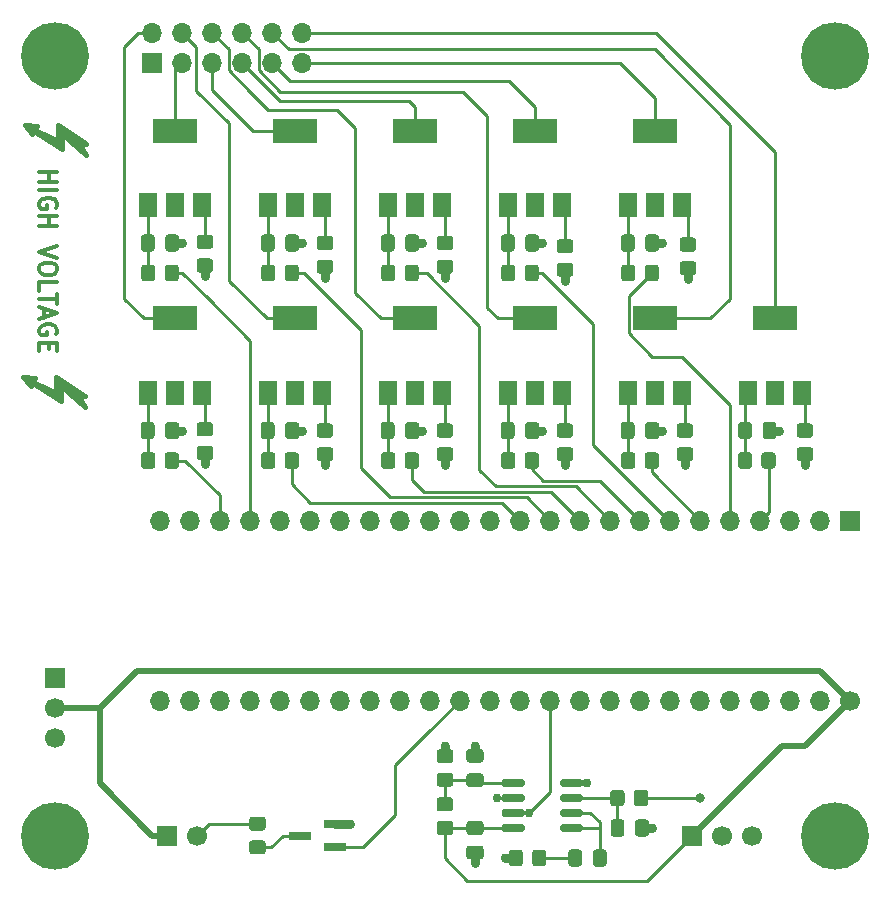
<source format=gbr>
%TF.GenerationSoftware,KiCad,Pcbnew,(5.1.9)-1*%
%TF.CreationDate,2021-08-30T22:29:05-04:00*%
%TF.ProjectId,In9 Music Visualizer RevC,496e3920-4d75-4736-9963-205669737561,rev?*%
%TF.SameCoordinates,Original*%
%TF.FileFunction,Copper,L1,Top*%
%TF.FilePolarity,Positive*%
%FSLAX46Y46*%
G04 Gerber Fmt 4.6, Leading zero omitted, Abs format (unit mm)*
G04 Created by KiCad (PCBNEW (5.1.9)-1) date 2021-08-30 22:29:05*
%MOMM*%
%LPD*%
G01*
G04 APERTURE LIST*
%TA.AperFunction,NonConductor*%
%ADD10C,0.300000*%
%TD*%
%TA.AperFunction,EtchedComponent*%
%ADD11C,0.381000*%
%TD*%
%TA.AperFunction,ComponentPad*%
%ADD12C,1.700000*%
%TD*%
%TA.AperFunction,ComponentPad*%
%ADD13R,1.700000X1.700000*%
%TD*%
%TA.AperFunction,ComponentPad*%
%ADD14C,5.715000*%
%TD*%
%TA.AperFunction,SMDPad,CuDef*%
%ADD15R,1.500000X2.000000*%
%TD*%
%TA.AperFunction,SMDPad,CuDef*%
%ADD16R,3.800000X2.000000*%
%TD*%
%TA.AperFunction,SMDPad,CuDef*%
%ADD17R,1.900000X0.800000*%
%TD*%
%TA.AperFunction,ComponentPad*%
%ADD18O,1.700000X1.700000*%
%TD*%
%TA.AperFunction,ViaPad*%
%ADD19C,0.762000*%
%TD*%
%TA.AperFunction,ViaPad*%
%ADD20C,0.800000*%
%TD*%
%TA.AperFunction,Conductor*%
%ADD21C,0.254000*%
%TD*%
%TA.AperFunction,Conductor*%
%ADD22C,0.762000*%
%TD*%
%TA.AperFunction,Conductor*%
%ADD23C,0.508000*%
%TD*%
%TA.AperFunction,Conductor*%
%ADD24C,0.250000*%
%TD*%
G04 APERTURE END LIST*
D10*
X105366428Y-65707571D02*
X106866428Y-65707571D01*
X106152142Y-65707571D02*
X106152142Y-66564714D01*
X105366428Y-66564714D02*
X106866428Y-66564714D01*
X105366428Y-67279000D02*
X106866428Y-67279000D01*
X106795000Y-68779000D02*
X106866428Y-68636142D01*
X106866428Y-68421857D01*
X106795000Y-68207571D01*
X106652142Y-68064714D01*
X106509285Y-67993285D01*
X106223571Y-67921857D01*
X106009285Y-67921857D01*
X105723571Y-67993285D01*
X105580714Y-68064714D01*
X105437857Y-68207571D01*
X105366428Y-68421857D01*
X105366428Y-68564714D01*
X105437857Y-68779000D01*
X105509285Y-68850428D01*
X106009285Y-68850428D01*
X106009285Y-68564714D01*
X105366428Y-69493285D02*
X106866428Y-69493285D01*
X106152142Y-69493285D02*
X106152142Y-70350428D01*
X105366428Y-70350428D02*
X106866428Y-70350428D01*
X106866428Y-71993285D02*
X105366428Y-72493285D01*
X106866428Y-72993285D01*
X106866428Y-73779000D02*
X106866428Y-74064714D01*
X106795000Y-74207571D01*
X106652142Y-74350428D01*
X106366428Y-74421857D01*
X105866428Y-74421857D01*
X105580714Y-74350428D01*
X105437857Y-74207571D01*
X105366428Y-74064714D01*
X105366428Y-73779000D01*
X105437857Y-73636142D01*
X105580714Y-73493285D01*
X105866428Y-73421857D01*
X106366428Y-73421857D01*
X106652142Y-73493285D01*
X106795000Y-73636142D01*
X106866428Y-73779000D01*
X105366428Y-75779000D02*
X105366428Y-75064714D01*
X106866428Y-75064714D01*
X106866428Y-76064714D02*
X106866428Y-76921857D01*
X105366428Y-76493285D02*
X106866428Y-76493285D01*
X105795000Y-77350428D02*
X105795000Y-78064714D01*
X105366428Y-77207571D02*
X106866428Y-77707571D01*
X105366428Y-78207571D01*
X106795000Y-79493285D02*
X106866428Y-79350428D01*
X106866428Y-79136142D01*
X106795000Y-78921857D01*
X106652142Y-78779000D01*
X106509285Y-78707571D01*
X106223571Y-78636142D01*
X106009285Y-78636142D01*
X105723571Y-78707571D01*
X105580714Y-78779000D01*
X105437857Y-78921857D01*
X105366428Y-79136142D01*
X105366428Y-79279000D01*
X105437857Y-79493285D01*
X105509285Y-79564714D01*
X106009285Y-79564714D01*
X106009285Y-79279000D01*
X106152142Y-80207571D02*
X106152142Y-80707571D01*
X105366428Y-80921857D02*
X105366428Y-80207571D01*
X106866428Y-80207571D01*
X106866428Y-80921857D01*
D11*
%TO.C,REF\u002A\u002A*%
X104521000Y-83312000D02*
X105029000Y-83185000D01*
X106807000Y-84455000D02*
X104521000Y-83312000D01*
X106807000Y-83058000D02*
X106807000Y-84455000D01*
X109093000Y-84582000D02*
X106807000Y-83058000D01*
X108712000Y-84836000D02*
X109220000Y-84709000D01*
X109220000Y-85598000D02*
X108712000Y-84836000D01*
X107188000Y-83820000D02*
X109220000Y-85598000D01*
X107188000Y-85090000D02*
X107188000Y-83820000D01*
X104394000Y-83312000D02*
X107188000Y-85090000D01*
X104648000Y-83820000D02*
X104394000Y-83312000D01*
X104013000Y-83058000D02*
X104648000Y-83820000D01*
X105029000Y-83185000D02*
X104013000Y-83058000D01*
X106934000Y-83439000D02*
X106934000Y-84709000D01*
X108839000Y-84836000D02*
X106934000Y-83439000D01*
X104648000Y-61976000D02*
X105156000Y-61849000D01*
X106934000Y-63119000D02*
X104648000Y-61976000D01*
X106934000Y-61722000D02*
X106934000Y-63119000D01*
X109220000Y-63246000D02*
X106934000Y-61722000D01*
X108839000Y-63500000D02*
X109347000Y-63373000D01*
X109347000Y-64262000D02*
X108839000Y-63500000D01*
X107315000Y-62484000D02*
X109347000Y-64262000D01*
X107315000Y-63754000D02*
X107315000Y-62484000D01*
X104521000Y-61976000D02*
X107315000Y-63754000D01*
X104775000Y-62484000D02*
X104521000Y-61976000D01*
X104140000Y-61722000D02*
X104775000Y-62484000D01*
X105156000Y-61849000D02*
X104140000Y-61722000D01*
X107061000Y-62103000D02*
X107061000Y-63373000D01*
X108966000Y-63500000D02*
X107061000Y-62103000D01*
%TD*%
D12*
%TO.P,J6,2*%
%TO.N,+5V*%
X106680000Y-111125000D03*
D13*
%TO.P,J6,1*%
%TO.N,150V*%
X106680000Y-108585000D03*
D12*
%TO.P,J6,3*%
%TO.N,GND*%
X106680000Y-113665000D03*
%TD*%
%TO.P,R6,2*%
%TO.N,GND*%
%TA.AperFunction,SMDPad,CuDef*%
G36*
G01*
X140150001Y-115805000D02*
X139249999Y-115805000D01*
G75*
G02*
X139000000Y-115555001I0J249999D01*
G01*
X139000000Y-114854999D01*
G75*
G02*
X139249999Y-114605000I249999J0D01*
G01*
X140150001Y-114605000D01*
G75*
G02*
X140400000Y-114854999I0J-249999D01*
G01*
X140400000Y-115555001D01*
G75*
G02*
X140150001Y-115805000I-249999J0D01*
G01*
G37*
%TD.AperFunction*%
%TO.P,R6,1*%
%TO.N,/0.625V*%
%TA.AperFunction,SMDPad,CuDef*%
G36*
G01*
X140150001Y-117805000D02*
X139249999Y-117805000D01*
G75*
G02*
X139000000Y-117555001I0J249999D01*
G01*
X139000000Y-116854999D01*
G75*
G02*
X139249999Y-116605000I249999J0D01*
G01*
X140150001Y-116605000D01*
G75*
G02*
X140400000Y-116854999I0J-249999D01*
G01*
X140400000Y-117555001D01*
G75*
G02*
X140150001Y-117805000I-249999J0D01*
G01*
G37*
%TD.AperFunction*%
%TD*%
%TO.P,R2,2*%
%TO.N,/0.625V*%
%TA.AperFunction,SMDPad,CuDef*%
G36*
G01*
X140150001Y-119885000D02*
X139249999Y-119885000D01*
G75*
G02*
X139000000Y-119635001I0J249999D01*
G01*
X139000000Y-118934999D01*
G75*
G02*
X139249999Y-118685000I249999J0D01*
G01*
X140150001Y-118685000D01*
G75*
G02*
X140400000Y-118934999I0J-249999D01*
G01*
X140400000Y-119635001D01*
G75*
G02*
X140150001Y-119885000I-249999J0D01*
G01*
G37*
%TD.AperFunction*%
%TO.P,R2,1*%
%TO.N,+5V*%
%TA.AperFunction,SMDPad,CuDef*%
G36*
G01*
X140150001Y-121885000D02*
X139249999Y-121885000D01*
G75*
G02*
X139000000Y-121635001I0J249999D01*
G01*
X139000000Y-120934999D01*
G75*
G02*
X139249999Y-120685000I249999J0D01*
G01*
X140150001Y-120685000D01*
G75*
G02*
X140400000Y-120934999I0J-249999D01*
G01*
X140400000Y-121635001D01*
G75*
G02*
X140150001Y-121885000I-249999J0D01*
G01*
G37*
%TD.AperFunction*%
%TD*%
D14*
%TO.P,REF\u002A\u002A,1*%
%TO.N,N/C*%
X172720000Y-121920000D03*
%TD*%
%TO.P,REF\u002A\u002A,1*%
%TO.N,N/C*%
X172720000Y-55880000D03*
%TD*%
%TO.P,REF\u002A\u002A,1*%
%TO.N,N/C*%
X106680000Y-121920000D03*
%TD*%
%TO.P,REF\u002A\u002A,1*%
%TO.N,N/C*%
X106680000Y-55880000D03*
%TD*%
%TO.P,U1,8*%
%TO.N,+5V*%
%TA.AperFunction,SMDPad,CuDef*%
G36*
G01*
X146455000Y-121135000D02*
X146455000Y-121435000D01*
G75*
G02*
X146305000Y-121585000I-150000J0D01*
G01*
X144655000Y-121585000D01*
G75*
G02*
X144505000Y-121435000I0J150000D01*
G01*
X144505000Y-121135000D01*
G75*
G02*
X144655000Y-120985000I150000J0D01*
G01*
X146305000Y-120985000D01*
G75*
G02*
X146455000Y-121135000I0J-150000D01*
G01*
G37*
%TD.AperFunction*%
%TO.P,U1,7*%
%TO.N,/ADC_in*%
%TA.AperFunction,SMDPad,CuDef*%
G36*
G01*
X146455000Y-119865000D02*
X146455000Y-120165000D01*
G75*
G02*
X146305000Y-120315000I-150000J0D01*
G01*
X144655000Y-120315000D01*
G75*
G02*
X144505000Y-120165000I0J150000D01*
G01*
X144505000Y-119865000D01*
G75*
G02*
X144655000Y-119715000I150000J0D01*
G01*
X146305000Y-119715000D01*
G75*
G02*
X146455000Y-119865000I0J-150000D01*
G01*
G37*
%TD.AperFunction*%
%TO.P,U1,6*%
%TO.N,Net-(R1-Pad2)*%
%TA.AperFunction,SMDPad,CuDef*%
G36*
G01*
X146455000Y-118595000D02*
X146455000Y-118895000D01*
G75*
G02*
X146305000Y-119045000I-150000J0D01*
G01*
X144655000Y-119045000D01*
G75*
G02*
X144505000Y-118895000I0J150000D01*
G01*
X144505000Y-118595000D01*
G75*
G02*
X144655000Y-118445000I150000J0D01*
G01*
X146305000Y-118445000D01*
G75*
G02*
X146455000Y-118595000I0J-150000D01*
G01*
G37*
%TD.AperFunction*%
%TO.P,U1,5*%
%TO.N,/0.625V*%
%TA.AperFunction,SMDPad,CuDef*%
G36*
G01*
X146455000Y-117325000D02*
X146455000Y-117625000D01*
G75*
G02*
X146305000Y-117775000I-150000J0D01*
G01*
X144655000Y-117775000D01*
G75*
G02*
X144505000Y-117625000I0J150000D01*
G01*
X144505000Y-117325000D01*
G75*
G02*
X144655000Y-117175000I150000J0D01*
G01*
X146305000Y-117175000D01*
G75*
G02*
X146455000Y-117325000I0J-150000D01*
G01*
G37*
%TD.AperFunction*%
%TO.P,U1,4*%
%TO.N,GND*%
%TA.AperFunction,SMDPad,CuDef*%
G36*
G01*
X151405000Y-117325000D02*
X151405000Y-117625000D01*
G75*
G02*
X151255000Y-117775000I-150000J0D01*
G01*
X149605000Y-117775000D01*
G75*
G02*
X149455000Y-117625000I0J150000D01*
G01*
X149455000Y-117325000D01*
G75*
G02*
X149605000Y-117175000I150000J0D01*
G01*
X151255000Y-117175000D01*
G75*
G02*
X151405000Y-117325000I0J-150000D01*
G01*
G37*
%TD.AperFunction*%
%TO.P,U1,3*%
%TO.N,Net-(C2-Pad1)*%
%TA.AperFunction,SMDPad,CuDef*%
G36*
G01*
X151405000Y-118595000D02*
X151405000Y-118895000D01*
G75*
G02*
X151255000Y-119045000I-150000J0D01*
G01*
X149605000Y-119045000D01*
G75*
G02*
X149455000Y-118895000I0J150000D01*
G01*
X149455000Y-118595000D01*
G75*
G02*
X149605000Y-118445000I150000J0D01*
G01*
X151255000Y-118445000D01*
G75*
G02*
X151405000Y-118595000I0J-150000D01*
G01*
G37*
%TD.AperFunction*%
%TO.P,U1,2*%
%TO.N,Net-(C1-Pad2)*%
%TA.AperFunction,SMDPad,CuDef*%
G36*
G01*
X151405000Y-119865000D02*
X151405000Y-120165000D01*
G75*
G02*
X151255000Y-120315000I-150000J0D01*
G01*
X149605000Y-120315000D01*
G75*
G02*
X149455000Y-120165000I0J150000D01*
G01*
X149455000Y-119865000D01*
G75*
G02*
X149605000Y-119715000I150000J0D01*
G01*
X151255000Y-119715000D01*
G75*
G02*
X151405000Y-119865000I0J-150000D01*
G01*
G37*
%TD.AperFunction*%
%TO.P,U1,1*%
%TA.AperFunction,SMDPad,CuDef*%
G36*
G01*
X151405000Y-121135000D02*
X151405000Y-121435000D01*
G75*
G02*
X151255000Y-121585000I-150000J0D01*
G01*
X149605000Y-121585000D01*
G75*
G02*
X149455000Y-121435000I0J150000D01*
G01*
X149455000Y-121135000D01*
G75*
G02*
X149605000Y-120985000I150000J0D01*
G01*
X151255000Y-120985000D01*
G75*
G02*
X151405000Y-121135000I0J-150000D01*
G01*
G37*
%TD.AperFunction*%
%TD*%
%TO.P,R38,2*%
%TO.N,GND*%
%TA.AperFunction,SMDPad,CuDef*%
G36*
G01*
X169729999Y-89030000D02*
X170630001Y-89030000D01*
G75*
G02*
X170880000Y-89279999I0J-249999D01*
G01*
X170880000Y-89980001D01*
G75*
G02*
X170630001Y-90230000I-249999J0D01*
G01*
X169729999Y-90230000D01*
G75*
G02*
X169480000Y-89980001I0J249999D01*
G01*
X169480000Y-89279999D01*
G75*
G02*
X169729999Y-89030000I249999J0D01*
G01*
G37*
%TD.AperFunction*%
%TO.P,R38,1*%
%TO.N,Net-(Q13-Pad3)*%
%TA.AperFunction,SMDPad,CuDef*%
G36*
G01*
X169729999Y-87030000D02*
X170630001Y-87030000D01*
G75*
G02*
X170880000Y-87279999I0J-249999D01*
G01*
X170880000Y-87980001D01*
G75*
G02*
X170630001Y-88230000I-249999J0D01*
G01*
X169729999Y-88230000D01*
G75*
G02*
X169480000Y-87980001I0J249999D01*
G01*
X169480000Y-87279999D01*
G75*
G02*
X169729999Y-87030000I249999J0D01*
G01*
G37*
%TD.AperFunction*%
%TD*%
%TO.P,R37,2*%
%TO.N,GND*%
%TA.AperFunction,SMDPad,CuDef*%
G36*
G01*
X159823999Y-73282000D02*
X160724001Y-73282000D01*
G75*
G02*
X160974000Y-73531999I0J-249999D01*
G01*
X160974000Y-74232001D01*
G75*
G02*
X160724001Y-74482000I-249999J0D01*
G01*
X159823999Y-74482000D01*
G75*
G02*
X159574000Y-74232001I0J249999D01*
G01*
X159574000Y-73531999D01*
G75*
G02*
X159823999Y-73282000I249999J0D01*
G01*
G37*
%TD.AperFunction*%
%TO.P,R37,1*%
%TO.N,Net-(Q12-Pad3)*%
%TA.AperFunction,SMDPad,CuDef*%
G36*
G01*
X159823999Y-71282000D02*
X160724001Y-71282000D01*
G75*
G02*
X160974000Y-71531999I0J-249999D01*
G01*
X160974000Y-72232001D01*
G75*
G02*
X160724001Y-72482000I-249999J0D01*
G01*
X159823999Y-72482000D01*
G75*
G02*
X159574000Y-72232001I0J249999D01*
G01*
X159574000Y-71531999D01*
G75*
G02*
X159823999Y-71282000I249999J0D01*
G01*
G37*
%TD.AperFunction*%
%TD*%
%TO.P,R36,2*%
%TO.N,GND*%
%TA.AperFunction,SMDPad,CuDef*%
G36*
G01*
X159569999Y-89030000D02*
X160470001Y-89030000D01*
G75*
G02*
X160720000Y-89279999I0J-249999D01*
G01*
X160720000Y-89980001D01*
G75*
G02*
X160470001Y-90230000I-249999J0D01*
G01*
X159569999Y-90230000D01*
G75*
G02*
X159320000Y-89980001I0J249999D01*
G01*
X159320000Y-89279999D01*
G75*
G02*
X159569999Y-89030000I249999J0D01*
G01*
G37*
%TD.AperFunction*%
%TO.P,R36,1*%
%TO.N,Net-(Q11-Pad3)*%
%TA.AperFunction,SMDPad,CuDef*%
G36*
G01*
X159569999Y-87030000D02*
X160470001Y-87030000D01*
G75*
G02*
X160720000Y-87279999I0J-249999D01*
G01*
X160720000Y-87980001D01*
G75*
G02*
X160470001Y-88230000I-249999J0D01*
G01*
X159569999Y-88230000D01*
G75*
G02*
X159320000Y-87980001I0J249999D01*
G01*
X159320000Y-87279999D01*
G75*
G02*
X159569999Y-87030000I249999J0D01*
G01*
G37*
%TD.AperFunction*%
%TD*%
%TO.P,R35,2*%
%TO.N,GND*%
%TA.AperFunction,SMDPad,CuDef*%
G36*
G01*
X149409999Y-73425000D02*
X150310001Y-73425000D01*
G75*
G02*
X150560000Y-73674999I0J-249999D01*
G01*
X150560000Y-74375001D01*
G75*
G02*
X150310001Y-74625000I-249999J0D01*
G01*
X149409999Y-74625000D01*
G75*
G02*
X149160000Y-74375001I0J249999D01*
G01*
X149160000Y-73674999D01*
G75*
G02*
X149409999Y-73425000I249999J0D01*
G01*
G37*
%TD.AperFunction*%
%TO.P,R35,1*%
%TO.N,Net-(Q10-Pad3)*%
%TA.AperFunction,SMDPad,CuDef*%
G36*
G01*
X149409999Y-71425000D02*
X150310001Y-71425000D01*
G75*
G02*
X150560000Y-71674999I0J-249999D01*
G01*
X150560000Y-72375001D01*
G75*
G02*
X150310001Y-72625000I-249999J0D01*
G01*
X149409999Y-72625000D01*
G75*
G02*
X149160000Y-72375001I0J249999D01*
G01*
X149160000Y-71674999D01*
G75*
G02*
X149409999Y-71425000I249999J0D01*
G01*
G37*
%TD.AperFunction*%
%TD*%
%TO.P,R34,2*%
%TO.N,GND*%
%TA.AperFunction,SMDPad,CuDef*%
G36*
G01*
X149409999Y-89030000D02*
X150310001Y-89030000D01*
G75*
G02*
X150560000Y-89279999I0J-249999D01*
G01*
X150560000Y-89980001D01*
G75*
G02*
X150310001Y-90230000I-249999J0D01*
G01*
X149409999Y-90230000D01*
G75*
G02*
X149160000Y-89980001I0J249999D01*
G01*
X149160000Y-89279999D01*
G75*
G02*
X149409999Y-89030000I249999J0D01*
G01*
G37*
%TD.AperFunction*%
%TO.P,R34,1*%
%TO.N,Net-(Q9-Pad3)*%
%TA.AperFunction,SMDPad,CuDef*%
G36*
G01*
X149409999Y-87030000D02*
X150310001Y-87030000D01*
G75*
G02*
X150560000Y-87279999I0J-249999D01*
G01*
X150560000Y-87980001D01*
G75*
G02*
X150310001Y-88230000I-249999J0D01*
G01*
X149409999Y-88230000D01*
G75*
G02*
X149160000Y-87980001I0J249999D01*
G01*
X149160000Y-87279999D01*
G75*
G02*
X149409999Y-87030000I249999J0D01*
G01*
G37*
%TD.AperFunction*%
%TD*%
%TO.P,R33,2*%
%TO.N,/PWM_10*%
%TA.AperFunction,SMDPad,CuDef*%
G36*
G01*
X166500000Y-90620001D02*
X166500000Y-89719999D01*
G75*
G02*
X166749999Y-89470000I249999J0D01*
G01*
X167450001Y-89470000D01*
G75*
G02*
X167700000Y-89719999I0J-249999D01*
G01*
X167700000Y-90620001D01*
G75*
G02*
X167450001Y-90870000I-249999J0D01*
G01*
X166749999Y-90870000D01*
G75*
G02*
X166500000Y-90620001I0J249999D01*
G01*
G37*
%TD.AperFunction*%
%TO.P,R33,1*%
%TO.N,Net-(C36-Pad1)*%
%TA.AperFunction,SMDPad,CuDef*%
G36*
G01*
X164500000Y-90620001D02*
X164500000Y-89719999D01*
G75*
G02*
X164749999Y-89470000I249999J0D01*
G01*
X165450001Y-89470000D01*
G75*
G02*
X165700000Y-89719999I0J-249999D01*
G01*
X165700000Y-90620001D01*
G75*
G02*
X165450001Y-90870000I-249999J0D01*
G01*
X164749999Y-90870000D01*
G75*
G02*
X164500000Y-90620001I0J249999D01*
G01*
G37*
%TD.AperFunction*%
%TD*%
%TO.P,R32,2*%
%TO.N,/PWM_9*%
%TA.AperFunction,SMDPad,CuDef*%
G36*
G01*
X156610000Y-74745001D02*
X156610000Y-73844999D01*
G75*
G02*
X156859999Y-73595000I249999J0D01*
G01*
X157560001Y-73595000D01*
G75*
G02*
X157810000Y-73844999I0J-249999D01*
G01*
X157810000Y-74745001D01*
G75*
G02*
X157560001Y-74995000I-249999J0D01*
G01*
X156859999Y-74995000D01*
G75*
G02*
X156610000Y-74745001I0J249999D01*
G01*
G37*
%TD.AperFunction*%
%TO.P,R32,1*%
%TO.N,Net-(C35-Pad1)*%
%TA.AperFunction,SMDPad,CuDef*%
G36*
G01*
X154610000Y-74745001D02*
X154610000Y-73844999D01*
G75*
G02*
X154859999Y-73595000I249999J0D01*
G01*
X155560001Y-73595000D01*
G75*
G02*
X155810000Y-73844999I0J-249999D01*
G01*
X155810000Y-74745001D01*
G75*
G02*
X155560001Y-74995000I-249999J0D01*
G01*
X154859999Y-74995000D01*
G75*
G02*
X154610000Y-74745001I0J249999D01*
G01*
G37*
%TD.AperFunction*%
%TD*%
%TO.P,R31,2*%
%TO.N,/PWM_8*%
%TA.AperFunction,SMDPad,CuDef*%
G36*
G01*
X156610000Y-90620001D02*
X156610000Y-89719999D01*
G75*
G02*
X156859999Y-89470000I249999J0D01*
G01*
X157560001Y-89470000D01*
G75*
G02*
X157810000Y-89719999I0J-249999D01*
G01*
X157810000Y-90620001D01*
G75*
G02*
X157560001Y-90870000I-249999J0D01*
G01*
X156859999Y-90870000D01*
G75*
G02*
X156610000Y-90620001I0J249999D01*
G01*
G37*
%TD.AperFunction*%
%TO.P,R31,1*%
%TO.N,Net-(C34-Pad1)*%
%TA.AperFunction,SMDPad,CuDef*%
G36*
G01*
X154610000Y-90620001D02*
X154610000Y-89719999D01*
G75*
G02*
X154859999Y-89470000I249999J0D01*
G01*
X155560001Y-89470000D01*
G75*
G02*
X155810000Y-89719999I0J-249999D01*
G01*
X155810000Y-90620001D01*
G75*
G02*
X155560001Y-90870000I-249999J0D01*
G01*
X154859999Y-90870000D01*
G75*
G02*
X154610000Y-90620001I0J249999D01*
G01*
G37*
%TD.AperFunction*%
%TD*%
%TO.P,R30,2*%
%TO.N,/PWM_7*%
%TA.AperFunction,SMDPad,CuDef*%
G36*
G01*
X146450000Y-74745001D02*
X146450000Y-73844999D01*
G75*
G02*
X146699999Y-73595000I249999J0D01*
G01*
X147400001Y-73595000D01*
G75*
G02*
X147650000Y-73844999I0J-249999D01*
G01*
X147650000Y-74745001D01*
G75*
G02*
X147400001Y-74995000I-249999J0D01*
G01*
X146699999Y-74995000D01*
G75*
G02*
X146450000Y-74745001I0J249999D01*
G01*
G37*
%TD.AperFunction*%
%TO.P,R30,1*%
%TO.N,Net-(C33-Pad1)*%
%TA.AperFunction,SMDPad,CuDef*%
G36*
G01*
X144450000Y-74745001D02*
X144450000Y-73844999D01*
G75*
G02*
X144699999Y-73595000I249999J0D01*
G01*
X145400001Y-73595000D01*
G75*
G02*
X145650000Y-73844999I0J-249999D01*
G01*
X145650000Y-74745001D01*
G75*
G02*
X145400001Y-74995000I-249999J0D01*
G01*
X144699999Y-74995000D01*
G75*
G02*
X144450000Y-74745001I0J249999D01*
G01*
G37*
%TD.AperFunction*%
%TD*%
%TO.P,R29,2*%
%TO.N,/PWM_6*%
%TA.AperFunction,SMDPad,CuDef*%
G36*
G01*
X146450000Y-90620001D02*
X146450000Y-89719999D01*
G75*
G02*
X146699999Y-89470000I249999J0D01*
G01*
X147400001Y-89470000D01*
G75*
G02*
X147650000Y-89719999I0J-249999D01*
G01*
X147650000Y-90620001D01*
G75*
G02*
X147400001Y-90870000I-249999J0D01*
G01*
X146699999Y-90870000D01*
G75*
G02*
X146450000Y-90620001I0J249999D01*
G01*
G37*
%TD.AperFunction*%
%TO.P,R29,1*%
%TO.N,Net-(C32-Pad1)*%
%TA.AperFunction,SMDPad,CuDef*%
G36*
G01*
X144450000Y-90620001D02*
X144450000Y-89719999D01*
G75*
G02*
X144699999Y-89470000I249999J0D01*
G01*
X145400001Y-89470000D01*
G75*
G02*
X145650000Y-89719999I0J-249999D01*
G01*
X145650000Y-90620001D01*
G75*
G02*
X145400001Y-90870000I-249999J0D01*
G01*
X144699999Y-90870000D01*
G75*
G02*
X144450000Y-90620001I0J249999D01*
G01*
G37*
%TD.AperFunction*%
%TD*%
%TO.P,R28,2*%
%TO.N,GND*%
%TA.AperFunction,SMDPad,CuDef*%
G36*
G01*
X139249999Y-73155000D02*
X140150001Y-73155000D01*
G75*
G02*
X140400000Y-73404999I0J-249999D01*
G01*
X140400000Y-74105001D01*
G75*
G02*
X140150001Y-74355000I-249999J0D01*
G01*
X139249999Y-74355000D01*
G75*
G02*
X139000000Y-74105001I0J249999D01*
G01*
X139000000Y-73404999D01*
G75*
G02*
X139249999Y-73155000I249999J0D01*
G01*
G37*
%TD.AperFunction*%
%TO.P,R28,1*%
%TO.N,Net-(Q8-Pad3)*%
%TA.AperFunction,SMDPad,CuDef*%
G36*
G01*
X139249999Y-71155000D02*
X140150001Y-71155000D01*
G75*
G02*
X140400000Y-71404999I0J-249999D01*
G01*
X140400000Y-72105001D01*
G75*
G02*
X140150001Y-72355000I-249999J0D01*
G01*
X139249999Y-72355000D01*
G75*
G02*
X139000000Y-72105001I0J249999D01*
G01*
X139000000Y-71404999D01*
G75*
G02*
X139249999Y-71155000I249999J0D01*
G01*
G37*
%TD.AperFunction*%
%TD*%
%TO.P,R27,2*%
%TO.N,GND*%
%TA.AperFunction,SMDPad,CuDef*%
G36*
G01*
X139249999Y-89030000D02*
X140150001Y-89030000D01*
G75*
G02*
X140400000Y-89279999I0J-249999D01*
G01*
X140400000Y-89980001D01*
G75*
G02*
X140150001Y-90230000I-249999J0D01*
G01*
X139249999Y-90230000D01*
G75*
G02*
X139000000Y-89980001I0J249999D01*
G01*
X139000000Y-89279999D01*
G75*
G02*
X139249999Y-89030000I249999J0D01*
G01*
G37*
%TD.AperFunction*%
%TO.P,R27,1*%
%TO.N,Net-(Q7-Pad3)*%
%TA.AperFunction,SMDPad,CuDef*%
G36*
G01*
X139249999Y-87030000D02*
X140150001Y-87030000D01*
G75*
G02*
X140400000Y-87279999I0J-249999D01*
G01*
X140400000Y-87980001D01*
G75*
G02*
X140150001Y-88230000I-249999J0D01*
G01*
X139249999Y-88230000D01*
G75*
G02*
X139000000Y-87980001I0J249999D01*
G01*
X139000000Y-87279999D01*
G75*
G02*
X139249999Y-87030000I249999J0D01*
G01*
G37*
%TD.AperFunction*%
%TD*%
%TO.P,R26,2*%
%TO.N,GND*%
%TA.AperFunction,SMDPad,CuDef*%
G36*
G01*
X129089999Y-73155000D02*
X129990001Y-73155000D01*
G75*
G02*
X130240000Y-73404999I0J-249999D01*
G01*
X130240000Y-74105001D01*
G75*
G02*
X129990001Y-74355000I-249999J0D01*
G01*
X129089999Y-74355000D01*
G75*
G02*
X128840000Y-74105001I0J249999D01*
G01*
X128840000Y-73404999D01*
G75*
G02*
X129089999Y-73155000I249999J0D01*
G01*
G37*
%TD.AperFunction*%
%TO.P,R26,1*%
%TO.N,Net-(Q6-Pad3)*%
%TA.AperFunction,SMDPad,CuDef*%
G36*
G01*
X129089999Y-71155000D02*
X129990001Y-71155000D01*
G75*
G02*
X130240000Y-71404999I0J-249999D01*
G01*
X130240000Y-72105001D01*
G75*
G02*
X129990001Y-72355000I-249999J0D01*
G01*
X129089999Y-72355000D01*
G75*
G02*
X128840000Y-72105001I0J249999D01*
G01*
X128840000Y-71404999D01*
G75*
G02*
X129089999Y-71155000I249999J0D01*
G01*
G37*
%TD.AperFunction*%
%TD*%
%TO.P,R25,2*%
%TO.N,GND*%
%TA.AperFunction,SMDPad,CuDef*%
G36*
G01*
X129089999Y-89030000D02*
X129990001Y-89030000D01*
G75*
G02*
X130240000Y-89279999I0J-249999D01*
G01*
X130240000Y-89980001D01*
G75*
G02*
X129990001Y-90230000I-249999J0D01*
G01*
X129089999Y-90230000D01*
G75*
G02*
X128840000Y-89980001I0J249999D01*
G01*
X128840000Y-89279999D01*
G75*
G02*
X129089999Y-89030000I249999J0D01*
G01*
G37*
%TD.AperFunction*%
%TO.P,R25,1*%
%TO.N,Net-(Q5-Pad3)*%
%TA.AperFunction,SMDPad,CuDef*%
G36*
G01*
X129089999Y-87030000D02*
X129990001Y-87030000D01*
G75*
G02*
X130240000Y-87279999I0J-249999D01*
G01*
X130240000Y-87980001D01*
G75*
G02*
X129990001Y-88230000I-249999J0D01*
G01*
X129089999Y-88230000D01*
G75*
G02*
X128840000Y-87980001I0J249999D01*
G01*
X128840000Y-87279999D01*
G75*
G02*
X129089999Y-87030000I249999J0D01*
G01*
G37*
%TD.AperFunction*%
%TD*%
%TO.P,R24,2*%
%TO.N,GND*%
%TA.AperFunction,SMDPad,CuDef*%
G36*
G01*
X118929999Y-73060000D02*
X119830001Y-73060000D01*
G75*
G02*
X120080000Y-73309999I0J-249999D01*
G01*
X120080000Y-74010001D01*
G75*
G02*
X119830001Y-74260000I-249999J0D01*
G01*
X118929999Y-74260000D01*
G75*
G02*
X118680000Y-74010001I0J249999D01*
G01*
X118680000Y-73309999D01*
G75*
G02*
X118929999Y-73060000I249999J0D01*
G01*
G37*
%TD.AperFunction*%
%TO.P,R24,1*%
%TO.N,Net-(Q4-Pad3)*%
%TA.AperFunction,SMDPad,CuDef*%
G36*
G01*
X118929999Y-71060000D02*
X119830001Y-71060000D01*
G75*
G02*
X120080000Y-71309999I0J-249999D01*
G01*
X120080000Y-72010001D01*
G75*
G02*
X119830001Y-72260000I-249999J0D01*
G01*
X118929999Y-72260000D01*
G75*
G02*
X118680000Y-72010001I0J249999D01*
G01*
X118680000Y-71309999D01*
G75*
G02*
X118929999Y-71060000I249999J0D01*
G01*
G37*
%TD.AperFunction*%
%TD*%
%TO.P,R23,2*%
%TO.N,GND*%
%TA.AperFunction,SMDPad,CuDef*%
G36*
G01*
X118929999Y-88935000D02*
X119830001Y-88935000D01*
G75*
G02*
X120080000Y-89184999I0J-249999D01*
G01*
X120080000Y-89885001D01*
G75*
G02*
X119830001Y-90135000I-249999J0D01*
G01*
X118929999Y-90135000D01*
G75*
G02*
X118680000Y-89885001I0J249999D01*
G01*
X118680000Y-89184999D01*
G75*
G02*
X118929999Y-88935000I249999J0D01*
G01*
G37*
%TD.AperFunction*%
%TO.P,R23,1*%
%TO.N,Net-(Q3-Pad3)*%
%TA.AperFunction,SMDPad,CuDef*%
G36*
G01*
X118929999Y-86935000D02*
X119830001Y-86935000D01*
G75*
G02*
X120080000Y-87184999I0J-249999D01*
G01*
X120080000Y-87885001D01*
G75*
G02*
X119830001Y-88135000I-249999J0D01*
G01*
X118929999Y-88135000D01*
G75*
G02*
X118680000Y-87885001I0J249999D01*
G01*
X118680000Y-87184999D01*
G75*
G02*
X118929999Y-86935000I249999J0D01*
G01*
G37*
%TD.AperFunction*%
%TD*%
%TO.P,R22,2*%
%TO.N,/PWM_5*%
%TA.AperFunction,SMDPad,CuDef*%
G36*
G01*
X136290000Y-74745001D02*
X136290000Y-73844999D01*
G75*
G02*
X136539999Y-73595000I249999J0D01*
G01*
X137240001Y-73595000D01*
G75*
G02*
X137490000Y-73844999I0J-249999D01*
G01*
X137490000Y-74745001D01*
G75*
G02*
X137240001Y-74995000I-249999J0D01*
G01*
X136539999Y-74995000D01*
G75*
G02*
X136290000Y-74745001I0J249999D01*
G01*
G37*
%TD.AperFunction*%
%TO.P,R22,1*%
%TO.N,Net-(C31-Pad1)*%
%TA.AperFunction,SMDPad,CuDef*%
G36*
G01*
X134290000Y-74745001D02*
X134290000Y-73844999D01*
G75*
G02*
X134539999Y-73595000I249999J0D01*
G01*
X135240001Y-73595000D01*
G75*
G02*
X135490000Y-73844999I0J-249999D01*
G01*
X135490000Y-74745001D01*
G75*
G02*
X135240001Y-74995000I-249999J0D01*
G01*
X134539999Y-74995000D01*
G75*
G02*
X134290000Y-74745001I0J249999D01*
G01*
G37*
%TD.AperFunction*%
%TD*%
%TO.P,R21,2*%
%TO.N,/PWM_4*%
%TA.AperFunction,SMDPad,CuDef*%
G36*
G01*
X136290000Y-90620001D02*
X136290000Y-89719999D01*
G75*
G02*
X136539999Y-89470000I249999J0D01*
G01*
X137240001Y-89470000D01*
G75*
G02*
X137490000Y-89719999I0J-249999D01*
G01*
X137490000Y-90620001D01*
G75*
G02*
X137240001Y-90870000I-249999J0D01*
G01*
X136539999Y-90870000D01*
G75*
G02*
X136290000Y-90620001I0J249999D01*
G01*
G37*
%TD.AperFunction*%
%TO.P,R21,1*%
%TO.N,Net-(C30-Pad1)*%
%TA.AperFunction,SMDPad,CuDef*%
G36*
G01*
X134290000Y-90620001D02*
X134290000Y-89719999D01*
G75*
G02*
X134539999Y-89470000I249999J0D01*
G01*
X135240001Y-89470000D01*
G75*
G02*
X135490000Y-89719999I0J-249999D01*
G01*
X135490000Y-90620001D01*
G75*
G02*
X135240001Y-90870000I-249999J0D01*
G01*
X134539999Y-90870000D01*
G75*
G02*
X134290000Y-90620001I0J249999D01*
G01*
G37*
%TD.AperFunction*%
%TD*%
%TO.P,R20,2*%
%TO.N,/PWM_3*%
%TA.AperFunction,SMDPad,CuDef*%
G36*
G01*
X126130000Y-74745001D02*
X126130000Y-73844999D01*
G75*
G02*
X126379999Y-73595000I249999J0D01*
G01*
X127080001Y-73595000D01*
G75*
G02*
X127330000Y-73844999I0J-249999D01*
G01*
X127330000Y-74745001D01*
G75*
G02*
X127080001Y-74995000I-249999J0D01*
G01*
X126379999Y-74995000D01*
G75*
G02*
X126130000Y-74745001I0J249999D01*
G01*
G37*
%TD.AperFunction*%
%TO.P,R20,1*%
%TO.N,Net-(C29-Pad1)*%
%TA.AperFunction,SMDPad,CuDef*%
G36*
G01*
X124130000Y-74745001D02*
X124130000Y-73844999D01*
G75*
G02*
X124379999Y-73595000I249999J0D01*
G01*
X125080001Y-73595000D01*
G75*
G02*
X125330000Y-73844999I0J-249999D01*
G01*
X125330000Y-74745001D01*
G75*
G02*
X125080001Y-74995000I-249999J0D01*
G01*
X124379999Y-74995000D01*
G75*
G02*
X124130000Y-74745001I0J249999D01*
G01*
G37*
%TD.AperFunction*%
%TD*%
%TO.P,R19,2*%
%TO.N,/PWM_2*%
%TA.AperFunction,SMDPad,CuDef*%
G36*
G01*
X126130000Y-90620001D02*
X126130000Y-89719999D01*
G75*
G02*
X126379999Y-89470000I249999J0D01*
G01*
X127080001Y-89470000D01*
G75*
G02*
X127330000Y-89719999I0J-249999D01*
G01*
X127330000Y-90620001D01*
G75*
G02*
X127080001Y-90870000I-249999J0D01*
G01*
X126379999Y-90870000D01*
G75*
G02*
X126130000Y-90620001I0J249999D01*
G01*
G37*
%TD.AperFunction*%
%TO.P,R19,1*%
%TO.N,Net-(C28-Pad1)*%
%TA.AperFunction,SMDPad,CuDef*%
G36*
G01*
X124130000Y-90620001D02*
X124130000Y-89719999D01*
G75*
G02*
X124379999Y-89470000I249999J0D01*
G01*
X125080001Y-89470000D01*
G75*
G02*
X125330000Y-89719999I0J-249999D01*
G01*
X125330000Y-90620001D01*
G75*
G02*
X125080001Y-90870000I-249999J0D01*
G01*
X124379999Y-90870000D01*
G75*
G02*
X124130000Y-90620001I0J249999D01*
G01*
G37*
%TD.AperFunction*%
%TD*%
%TO.P,R18,2*%
%TO.N,/PWM_1*%
%TA.AperFunction,SMDPad,CuDef*%
G36*
G01*
X115970000Y-74745001D02*
X115970000Y-73844999D01*
G75*
G02*
X116219999Y-73595000I249999J0D01*
G01*
X116920001Y-73595000D01*
G75*
G02*
X117170000Y-73844999I0J-249999D01*
G01*
X117170000Y-74745001D01*
G75*
G02*
X116920001Y-74995000I-249999J0D01*
G01*
X116219999Y-74995000D01*
G75*
G02*
X115970000Y-74745001I0J249999D01*
G01*
G37*
%TD.AperFunction*%
%TO.P,R18,1*%
%TO.N,Net-(C27-Pad1)*%
%TA.AperFunction,SMDPad,CuDef*%
G36*
G01*
X113970000Y-74745001D02*
X113970000Y-73844999D01*
G75*
G02*
X114219999Y-73595000I249999J0D01*
G01*
X114920001Y-73595000D01*
G75*
G02*
X115170000Y-73844999I0J-249999D01*
G01*
X115170000Y-74745001D01*
G75*
G02*
X114920001Y-74995000I-249999J0D01*
G01*
X114219999Y-74995000D01*
G75*
G02*
X113970000Y-74745001I0J249999D01*
G01*
G37*
%TD.AperFunction*%
%TD*%
%TO.P,R17,2*%
%TO.N,/PWM_0*%
%TA.AperFunction,SMDPad,CuDef*%
G36*
G01*
X115970000Y-90620001D02*
X115970000Y-89719999D01*
G75*
G02*
X116219999Y-89470000I249999J0D01*
G01*
X116920001Y-89470000D01*
G75*
G02*
X117170000Y-89719999I0J-249999D01*
G01*
X117170000Y-90620001D01*
G75*
G02*
X116920001Y-90870000I-249999J0D01*
G01*
X116219999Y-90870000D01*
G75*
G02*
X115970000Y-90620001I0J249999D01*
G01*
G37*
%TD.AperFunction*%
%TO.P,R17,1*%
%TO.N,Net-(C26-Pad1)*%
%TA.AperFunction,SMDPad,CuDef*%
G36*
G01*
X113970000Y-90620001D02*
X113970000Y-89719999D01*
G75*
G02*
X114219999Y-89470000I249999J0D01*
G01*
X114920001Y-89470000D01*
G75*
G02*
X115170000Y-89719999I0J-249999D01*
G01*
X115170000Y-90620001D01*
G75*
G02*
X114920001Y-90870000I-249999J0D01*
G01*
X114219999Y-90870000D01*
G75*
G02*
X113970000Y-90620001I0J249999D01*
G01*
G37*
%TD.AperFunction*%
%TD*%
%TO.P,R5,2*%
%TO.N,/MIC_out*%
%TA.AperFunction,SMDPad,CuDef*%
G36*
G01*
X155705000Y-119195001D02*
X155705000Y-118294999D01*
G75*
G02*
X155954999Y-118045000I249999J0D01*
G01*
X156655001Y-118045000D01*
G75*
G02*
X156905000Y-118294999I0J-249999D01*
G01*
X156905000Y-119195001D01*
G75*
G02*
X156655001Y-119445000I-249999J0D01*
G01*
X155954999Y-119445000D01*
G75*
G02*
X155705000Y-119195001I0J249999D01*
G01*
G37*
%TD.AperFunction*%
%TO.P,R5,1*%
%TO.N,Net-(C2-Pad1)*%
%TA.AperFunction,SMDPad,CuDef*%
G36*
G01*
X153705000Y-119195001D02*
X153705000Y-118294999D01*
G75*
G02*
X153954999Y-118045000I249999J0D01*
G01*
X154655001Y-118045000D01*
G75*
G02*
X154905000Y-118294999I0J-249999D01*
G01*
X154905000Y-119195001D01*
G75*
G02*
X154655001Y-119445000I-249999J0D01*
G01*
X153954999Y-119445000D01*
G75*
G02*
X153705000Y-119195001I0J249999D01*
G01*
G37*
%TD.AperFunction*%
%TD*%
%TO.P,R4,2*%
%TO.N,Net-(C1-Pad1)*%
%TA.AperFunction,SMDPad,CuDef*%
G36*
G01*
X147085000Y-124275001D02*
X147085000Y-123374999D01*
G75*
G02*
X147334999Y-123125000I249999J0D01*
G01*
X148035001Y-123125000D01*
G75*
G02*
X148285000Y-123374999I0J-249999D01*
G01*
X148285000Y-124275001D01*
G75*
G02*
X148035001Y-124525000I-249999J0D01*
G01*
X147334999Y-124525000D01*
G75*
G02*
X147085000Y-124275001I0J249999D01*
G01*
G37*
%TD.AperFunction*%
%TO.P,R4,1*%
%TO.N,Net-(R1-Pad2)*%
%TA.AperFunction,SMDPad,CuDef*%
G36*
G01*
X145085000Y-124275001D02*
X145085000Y-123374999D01*
G75*
G02*
X145334999Y-123125000I249999J0D01*
G01*
X146035001Y-123125000D01*
G75*
G02*
X146285000Y-123374999I0J-249999D01*
G01*
X146285000Y-124275001D01*
G75*
G02*
X146035001Y-124525000I-249999J0D01*
G01*
X145334999Y-124525000D01*
G75*
G02*
X145085000Y-124275001I0J249999D01*
G01*
G37*
%TD.AperFunction*%
%TD*%
%TO.P,R3,2*%
%TO.N,Net-(Q1-Pad3)*%
%TA.AperFunction,SMDPad,CuDef*%
G36*
G01*
X123374999Y-122320000D02*
X124275001Y-122320000D01*
G75*
G02*
X124525000Y-122569999I0J-249999D01*
G01*
X124525000Y-123270001D01*
G75*
G02*
X124275001Y-123520000I-249999J0D01*
G01*
X123374999Y-123520000D01*
G75*
G02*
X123125000Y-123270001I0J249999D01*
G01*
X123125000Y-122569999D01*
G75*
G02*
X123374999Y-122320000I249999J0D01*
G01*
G37*
%TD.AperFunction*%
%TO.P,R3,1*%
%TO.N,Net-(J2-Pad2)*%
%TA.AperFunction,SMDPad,CuDef*%
G36*
G01*
X123374999Y-120320000D02*
X124275001Y-120320000D01*
G75*
G02*
X124525000Y-120569999I0J-249999D01*
G01*
X124525000Y-121270001D01*
G75*
G02*
X124275001Y-121520000I-249999J0D01*
G01*
X123374999Y-121520000D01*
G75*
G02*
X123125000Y-121270001I0J249999D01*
G01*
X123125000Y-120569999D01*
G75*
G02*
X123374999Y-120320000I249999J0D01*
G01*
G37*
%TD.AperFunction*%
%TD*%
D15*
%TO.P,Q13,1*%
%TO.N,Net-(C36-Pad1)*%
X165340000Y-84430000D03*
%TO.P,Q13,3*%
%TO.N,Net-(Q13-Pad3)*%
X169940000Y-84430000D03*
%TO.P,Q13,2*%
%TO.N,Net-(J4-Pad12)*%
X167640000Y-84430000D03*
D16*
X167640000Y-78130000D03*
%TD*%
D15*
%TO.P,Q12,1*%
%TO.N,Net-(C35-Pad1)*%
X155180000Y-68555000D03*
%TO.P,Q12,3*%
%TO.N,Net-(Q12-Pad3)*%
X159780000Y-68555000D03*
%TO.P,Q12,2*%
%TO.N,Net-(J4-Pad11)*%
X157480000Y-68555000D03*
D16*
X157480000Y-62255000D03*
%TD*%
D15*
%TO.P,Q11,1*%
%TO.N,Net-(C34-Pad1)*%
X155180000Y-84430000D03*
%TO.P,Q11,3*%
%TO.N,Net-(Q11-Pad3)*%
X159780000Y-84430000D03*
%TO.P,Q11,2*%
%TO.N,Net-(J4-Pad10)*%
X157480000Y-84430000D03*
D16*
X157480000Y-78130000D03*
%TD*%
D15*
%TO.P,Q10,1*%
%TO.N,Net-(C33-Pad1)*%
X145020000Y-68555000D03*
%TO.P,Q10,3*%
%TO.N,Net-(Q10-Pad3)*%
X149620000Y-68555000D03*
%TO.P,Q10,2*%
%TO.N,Net-(J4-Pad9)*%
X147320000Y-68555000D03*
D16*
X147320000Y-62255000D03*
%TD*%
D15*
%TO.P,Q9,1*%
%TO.N,Net-(C32-Pad1)*%
X145020000Y-84430000D03*
%TO.P,Q9,3*%
%TO.N,Net-(Q9-Pad3)*%
X149620000Y-84430000D03*
%TO.P,Q9,2*%
%TO.N,Net-(J4-Pad8)*%
X147320000Y-84430000D03*
D16*
X147320000Y-78130000D03*
%TD*%
D15*
%TO.P,Q8,1*%
%TO.N,Net-(C31-Pad1)*%
X134860000Y-68555000D03*
%TO.P,Q8,3*%
%TO.N,Net-(Q8-Pad3)*%
X139460000Y-68555000D03*
%TO.P,Q8,2*%
%TO.N,Net-(J4-Pad7)*%
X137160000Y-68555000D03*
D16*
X137160000Y-62255000D03*
%TD*%
D15*
%TO.P,Q7,1*%
%TO.N,Net-(C30-Pad1)*%
X134860000Y-84430000D03*
%TO.P,Q7,3*%
%TO.N,Net-(Q7-Pad3)*%
X139460000Y-84430000D03*
%TO.P,Q7,2*%
%TO.N,Net-(J4-Pad6)*%
X137160000Y-84430000D03*
D16*
X137160000Y-78130000D03*
%TD*%
D15*
%TO.P,Q6,1*%
%TO.N,Net-(C29-Pad1)*%
X124700000Y-68555000D03*
%TO.P,Q6,3*%
%TO.N,Net-(Q6-Pad3)*%
X129300000Y-68555000D03*
%TO.P,Q6,2*%
%TO.N,Net-(J4-Pad5)*%
X127000000Y-68555000D03*
D16*
X127000000Y-62255000D03*
%TD*%
D15*
%TO.P,Q5,1*%
%TO.N,Net-(C28-Pad1)*%
X124700000Y-84430000D03*
%TO.P,Q5,3*%
%TO.N,Net-(Q5-Pad3)*%
X129300000Y-84430000D03*
%TO.P,Q5,2*%
%TO.N,Net-(J4-Pad4)*%
X127000000Y-84430000D03*
D16*
X127000000Y-78130000D03*
%TD*%
D15*
%TO.P,Q4,1*%
%TO.N,Net-(C27-Pad1)*%
X114540000Y-68555000D03*
%TO.P,Q4,3*%
%TO.N,Net-(Q4-Pad3)*%
X119140000Y-68555000D03*
%TO.P,Q4,2*%
%TO.N,Net-(J4-Pad3)*%
X116840000Y-68555000D03*
D16*
X116840000Y-62255000D03*
%TD*%
D15*
%TO.P,Q3,1*%
%TO.N,Net-(C26-Pad1)*%
X114540000Y-84430000D03*
%TO.P,Q3,3*%
%TO.N,Net-(Q3-Pad3)*%
X119140000Y-84430000D03*
%TO.P,Q3,2*%
%TO.N,Net-(J4-Pad2)*%
X116840000Y-84430000D03*
D16*
X116840000Y-78130000D03*
%TD*%
D17*
%TO.P,Q1,3*%
%TO.N,Net-(Q1-Pad3)*%
X127405000Y-121920000D03*
%TO.P,Q1,2*%
%TO.N,GND*%
X130405000Y-120970000D03*
%TO.P,Q1,1*%
%TO.N,/pwr_led*%
X130405000Y-122870000D03*
%TD*%
D18*
%TO.P,J4,12*%
%TO.N,Net-(J4-Pad12)*%
X127635000Y-53975000D03*
%TO.P,J4,11*%
%TO.N,Net-(J4-Pad11)*%
X127635000Y-56515000D03*
%TO.P,J4,10*%
%TO.N,Net-(J4-Pad10)*%
X125095000Y-53975000D03*
%TO.P,J4,9*%
%TO.N,Net-(J4-Pad9)*%
X125095000Y-56515000D03*
%TO.P,J4,8*%
%TO.N,Net-(J4-Pad8)*%
X122555000Y-53975000D03*
%TO.P,J4,7*%
%TO.N,Net-(J4-Pad7)*%
X122555000Y-56515000D03*
%TO.P,J4,6*%
%TO.N,Net-(J4-Pad6)*%
X120015000Y-53975000D03*
%TO.P,J4,5*%
%TO.N,Net-(J4-Pad5)*%
X120015000Y-56515000D03*
%TO.P,J4,4*%
%TO.N,Net-(J4-Pad4)*%
X117475000Y-53975000D03*
%TO.P,J4,3*%
%TO.N,Net-(J4-Pad3)*%
X117475000Y-56515000D03*
%TO.P,J4,2*%
%TO.N,Net-(J4-Pad2)*%
X114935000Y-53975000D03*
D13*
%TO.P,J4,1*%
%TO.N,150V*%
X114935000Y-56515000D03*
%TD*%
D12*
%TO.P,J3,2*%
%TO.N,/MIC_out*%
X163195000Y-121920000D03*
D13*
%TO.P,J3,1*%
%TO.N,+5V*%
X160655000Y-121920000D03*
D12*
%TO.P,J3,3*%
%TO.N,GND*%
X165735000Y-121920000D03*
%TD*%
%TO.P,J2,2*%
%TO.N,Net-(J2-Pad2)*%
X118745000Y-121920000D03*
D13*
%TO.P,J2,1*%
%TO.N,+5V*%
X116205000Y-121920000D03*
%TD*%
D18*
%TO.P,MCU1,42*%
%TO.N,Net-(MCU1-Pad42)*%
X158750000Y-110490000D03*
%TO.P,MCU1,41*%
%TO.N,Net-(MCU1-Pad41)*%
X156210000Y-110490000D03*
D12*
%TO.P,MCU1,48*%
%TO.N,+5V*%
X173990000Y-110490000D03*
D18*
%TO.P,MCU1,45*%
%TO.N,Net-(MCU1-Pad45)*%
X166370000Y-110490000D03*
%TO.P,MCU1,47*%
%TO.N,GND*%
X171450000Y-110490000D03*
%TO.P,MCU1,44*%
%TO.N,Net-(MCU1-Pad44)*%
X163830000Y-110490000D03*
%TO.P,MCU1,46*%
%TO.N,Net-(MCU1-Pad46)*%
X168910000Y-110490000D03*
%TO.P,MCU1,43*%
%TO.N,Net-(MCU1-Pad43)*%
X161290000Y-110490000D03*
%TO.P,MCU1,40*%
%TO.N,Net-(MCU1-Pad40)*%
X153670000Y-110490000D03*
%TO.P,MCU1,39*%
%TO.N,Net-(MCU1-Pad39)*%
X151130000Y-110490000D03*
%TO.P,MCU1,38*%
%TO.N,/ADC_in*%
X148590000Y-110490000D03*
%TO.P,MCU1,37*%
%TO.N,Net-(MCU1-Pad37)*%
X146050000Y-110490000D03*
%TO.P,MCU1,36*%
%TO.N,Net-(MCU1-Pad36)*%
X143510000Y-110490000D03*
%TO.P,MCU1,35*%
%TO.N,/pwr_led*%
X140970000Y-110490000D03*
%TO.P,MCU1,29*%
%TO.N,Net-(MCU1-Pad29)*%
X125730000Y-110490000D03*
%TO.P,MCU1,32*%
%TO.N,Net-(MCU1-Pad32)*%
X133350000Y-110490000D03*
%TO.P,MCU1,33*%
%TO.N,Net-(MCU1-Pad33)*%
X135890000Y-110490000D03*
%TO.P,MCU1,34*%
%TO.N,GND*%
X138430000Y-110490000D03*
%TO.P,MCU1,26*%
%TO.N,Net-(MCU1-Pad26)*%
X118110000Y-110490000D03*
%TO.P,MCU1,31*%
%TO.N,Net-(MCU1-Pad31)*%
X130810000Y-110490000D03*
%TO.P,MCU1,28*%
%TO.N,Net-(MCU1-Pad28)*%
X123190000Y-110490000D03*
%TO.P,MCU1,30*%
%TO.N,Net-(MCU1-Pad30)*%
X128270000Y-110490000D03*
%TO.P,MCU1,27*%
%TO.N,Net-(MCU1-Pad27)*%
X120650000Y-110490000D03*
%TO.P,MCU1,25*%
%TO.N,Net-(MCU1-Pad25)*%
X115570000Y-110490000D03*
%TO.P,MCU1,24*%
%TO.N,Net-(MCU1-Pad24)*%
X115570000Y-95250000D03*
%TO.P,MCU1,23*%
%TO.N,Net-(MCU1-Pad23)*%
X118110000Y-95250000D03*
%TO.P,MCU1,22*%
%TO.N,/PWM_0*%
X120650000Y-95250000D03*
%TO.P,MCU1,21*%
%TO.N,/PWM_1*%
X123190000Y-95250000D03*
%TO.P,MCU1,20*%
%TO.N,Net-(MCU1-Pad20)*%
X125730000Y-95250000D03*
%TO.P,MCU1,19*%
%TO.N,Net-(MCU1-Pad19)*%
X128270000Y-95250000D03*
%TO.P,MCU1,18*%
%TO.N,Net-(MCU1-Pad18)*%
X130810000Y-95250000D03*
%TO.P,MCU1,17*%
%TO.N,Net-(MCU1-Pad17)*%
X133350000Y-95250000D03*
%TO.P,MCU1,16*%
%TO.N,Net-(MCU1-Pad16)*%
X135890000Y-95250000D03*
%TO.P,MCU1,15*%
%TO.N,Net-(MCU1-Pad15)*%
X138430000Y-95250000D03*
%TO.P,MCU1,14*%
%TO.N,Net-(MCU1-Pad14)*%
X140970000Y-95250000D03*
%TO.P,MCU1,13*%
%TO.N,Net-(MCU1-Pad13)*%
X143510000Y-95250000D03*
%TO.P,MCU1,12*%
%TO.N,/PWM_2*%
X146050000Y-95250000D03*
%TO.P,MCU1,11*%
%TO.N,/PWM_3*%
X148590000Y-95250000D03*
%TO.P,MCU1,10*%
%TO.N,/PWM_4*%
X151130000Y-95250000D03*
%TO.P,MCU1,9*%
%TO.N,/PWM_5*%
X153670000Y-95250000D03*
%TO.P,MCU1,8*%
%TO.N,/PWM_6*%
X156210000Y-95250000D03*
%TO.P,MCU1,7*%
%TO.N,/PWM_7*%
X158750000Y-95250000D03*
%TO.P,MCU1,6*%
%TO.N,/PWM_8*%
X161290000Y-95250000D03*
%TO.P,MCU1,5*%
%TO.N,/PWM_9*%
X163830000Y-95250000D03*
%TO.P,MCU1,4*%
%TO.N,/PWM_10*%
X166370000Y-95250000D03*
%TO.P,MCU1,3*%
%TO.N,Net-(MCU1-Pad3)*%
X168910000Y-95250000D03*
%TO.P,MCU1,2*%
%TO.N,Net-(MCU1-Pad2)*%
X171450000Y-95250000D03*
D13*
%TO.P,MCU1,1*%
%TO.N,GND*%
X173990000Y-95250000D03*
%TD*%
%TO.P,C36,2*%
%TO.N,GND*%
%TA.AperFunction,SMDPad,CuDef*%
G36*
G01*
X166587500Y-88105000D02*
X166587500Y-87155000D01*
G75*
G02*
X166837500Y-86905000I250000J0D01*
G01*
X167512500Y-86905000D01*
G75*
G02*
X167762500Y-87155000I0J-250000D01*
G01*
X167762500Y-88105000D01*
G75*
G02*
X167512500Y-88355000I-250000J0D01*
G01*
X166837500Y-88355000D01*
G75*
G02*
X166587500Y-88105000I0J250000D01*
G01*
G37*
%TD.AperFunction*%
%TO.P,C36,1*%
%TO.N,Net-(C36-Pad1)*%
%TA.AperFunction,SMDPad,CuDef*%
G36*
G01*
X164512500Y-88105000D02*
X164512500Y-87155000D01*
G75*
G02*
X164762500Y-86905000I250000J0D01*
G01*
X165437500Y-86905000D01*
G75*
G02*
X165687500Y-87155000I0J-250000D01*
G01*
X165687500Y-88105000D01*
G75*
G02*
X165437500Y-88355000I-250000J0D01*
G01*
X164762500Y-88355000D01*
G75*
G02*
X164512500Y-88105000I0J250000D01*
G01*
G37*
%TD.AperFunction*%
%TD*%
%TO.P,C35,2*%
%TO.N,GND*%
%TA.AperFunction,SMDPad,CuDef*%
G36*
G01*
X156660000Y-72230000D02*
X156660000Y-71280000D01*
G75*
G02*
X156910000Y-71030000I250000J0D01*
G01*
X157585000Y-71030000D01*
G75*
G02*
X157835000Y-71280000I0J-250000D01*
G01*
X157835000Y-72230000D01*
G75*
G02*
X157585000Y-72480000I-250000J0D01*
G01*
X156910000Y-72480000D01*
G75*
G02*
X156660000Y-72230000I0J250000D01*
G01*
G37*
%TD.AperFunction*%
%TO.P,C35,1*%
%TO.N,Net-(C35-Pad1)*%
%TA.AperFunction,SMDPad,CuDef*%
G36*
G01*
X154585000Y-72230000D02*
X154585000Y-71280000D01*
G75*
G02*
X154835000Y-71030000I250000J0D01*
G01*
X155510000Y-71030000D01*
G75*
G02*
X155760000Y-71280000I0J-250000D01*
G01*
X155760000Y-72230000D01*
G75*
G02*
X155510000Y-72480000I-250000J0D01*
G01*
X154835000Y-72480000D01*
G75*
G02*
X154585000Y-72230000I0J250000D01*
G01*
G37*
%TD.AperFunction*%
%TD*%
%TO.P,C34,2*%
%TO.N,GND*%
%TA.AperFunction,SMDPad,CuDef*%
G36*
G01*
X156660000Y-88105000D02*
X156660000Y-87155000D01*
G75*
G02*
X156910000Y-86905000I250000J0D01*
G01*
X157585000Y-86905000D01*
G75*
G02*
X157835000Y-87155000I0J-250000D01*
G01*
X157835000Y-88105000D01*
G75*
G02*
X157585000Y-88355000I-250000J0D01*
G01*
X156910000Y-88355000D01*
G75*
G02*
X156660000Y-88105000I0J250000D01*
G01*
G37*
%TD.AperFunction*%
%TO.P,C34,1*%
%TO.N,Net-(C34-Pad1)*%
%TA.AperFunction,SMDPad,CuDef*%
G36*
G01*
X154585000Y-88105000D02*
X154585000Y-87155000D01*
G75*
G02*
X154835000Y-86905000I250000J0D01*
G01*
X155510000Y-86905000D01*
G75*
G02*
X155760000Y-87155000I0J-250000D01*
G01*
X155760000Y-88105000D01*
G75*
G02*
X155510000Y-88355000I-250000J0D01*
G01*
X154835000Y-88355000D01*
G75*
G02*
X154585000Y-88105000I0J250000D01*
G01*
G37*
%TD.AperFunction*%
%TD*%
%TO.P,C33,2*%
%TO.N,GND*%
%TA.AperFunction,SMDPad,CuDef*%
G36*
G01*
X146500000Y-72230000D02*
X146500000Y-71280000D01*
G75*
G02*
X146750000Y-71030000I250000J0D01*
G01*
X147425000Y-71030000D01*
G75*
G02*
X147675000Y-71280000I0J-250000D01*
G01*
X147675000Y-72230000D01*
G75*
G02*
X147425000Y-72480000I-250000J0D01*
G01*
X146750000Y-72480000D01*
G75*
G02*
X146500000Y-72230000I0J250000D01*
G01*
G37*
%TD.AperFunction*%
%TO.P,C33,1*%
%TO.N,Net-(C33-Pad1)*%
%TA.AperFunction,SMDPad,CuDef*%
G36*
G01*
X144425000Y-72230000D02*
X144425000Y-71280000D01*
G75*
G02*
X144675000Y-71030000I250000J0D01*
G01*
X145350000Y-71030000D01*
G75*
G02*
X145600000Y-71280000I0J-250000D01*
G01*
X145600000Y-72230000D01*
G75*
G02*
X145350000Y-72480000I-250000J0D01*
G01*
X144675000Y-72480000D01*
G75*
G02*
X144425000Y-72230000I0J250000D01*
G01*
G37*
%TD.AperFunction*%
%TD*%
%TO.P,C32,2*%
%TO.N,GND*%
%TA.AperFunction,SMDPad,CuDef*%
G36*
G01*
X146500000Y-88105000D02*
X146500000Y-87155000D01*
G75*
G02*
X146750000Y-86905000I250000J0D01*
G01*
X147425000Y-86905000D01*
G75*
G02*
X147675000Y-87155000I0J-250000D01*
G01*
X147675000Y-88105000D01*
G75*
G02*
X147425000Y-88355000I-250000J0D01*
G01*
X146750000Y-88355000D01*
G75*
G02*
X146500000Y-88105000I0J250000D01*
G01*
G37*
%TD.AperFunction*%
%TO.P,C32,1*%
%TO.N,Net-(C32-Pad1)*%
%TA.AperFunction,SMDPad,CuDef*%
G36*
G01*
X144425000Y-88105000D02*
X144425000Y-87155000D01*
G75*
G02*
X144675000Y-86905000I250000J0D01*
G01*
X145350000Y-86905000D01*
G75*
G02*
X145600000Y-87155000I0J-250000D01*
G01*
X145600000Y-88105000D01*
G75*
G02*
X145350000Y-88355000I-250000J0D01*
G01*
X144675000Y-88355000D01*
G75*
G02*
X144425000Y-88105000I0J250000D01*
G01*
G37*
%TD.AperFunction*%
%TD*%
%TO.P,C31,2*%
%TO.N,GND*%
%TA.AperFunction,SMDPad,CuDef*%
G36*
G01*
X136340000Y-72230000D02*
X136340000Y-71280000D01*
G75*
G02*
X136590000Y-71030000I250000J0D01*
G01*
X137265000Y-71030000D01*
G75*
G02*
X137515000Y-71280000I0J-250000D01*
G01*
X137515000Y-72230000D01*
G75*
G02*
X137265000Y-72480000I-250000J0D01*
G01*
X136590000Y-72480000D01*
G75*
G02*
X136340000Y-72230000I0J250000D01*
G01*
G37*
%TD.AperFunction*%
%TO.P,C31,1*%
%TO.N,Net-(C31-Pad1)*%
%TA.AperFunction,SMDPad,CuDef*%
G36*
G01*
X134265000Y-72230000D02*
X134265000Y-71280000D01*
G75*
G02*
X134515000Y-71030000I250000J0D01*
G01*
X135190000Y-71030000D01*
G75*
G02*
X135440000Y-71280000I0J-250000D01*
G01*
X135440000Y-72230000D01*
G75*
G02*
X135190000Y-72480000I-250000J0D01*
G01*
X134515000Y-72480000D01*
G75*
G02*
X134265000Y-72230000I0J250000D01*
G01*
G37*
%TD.AperFunction*%
%TD*%
%TO.P,C30,2*%
%TO.N,GND*%
%TA.AperFunction,SMDPad,CuDef*%
G36*
G01*
X136340000Y-88105000D02*
X136340000Y-87155000D01*
G75*
G02*
X136590000Y-86905000I250000J0D01*
G01*
X137265000Y-86905000D01*
G75*
G02*
X137515000Y-87155000I0J-250000D01*
G01*
X137515000Y-88105000D01*
G75*
G02*
X137265000Y-88355000I-250000J0D01*
G01*
X136590000Y-88355000D01*
G75*
G02*
X136340000Y-88105000I0J250000D01*
G01*
G37*
%TD.AperFunction*%
%TO.P,C30,1*%
%TO.N,Net-(C30-Pad1)*%
%TA.AperFunction,SMDPad,CuDef*%
G36*
G01*
X134265000Y-88105000D02*
X134265000Y-87155000D01*
G75*
G02*
X134515000Y-86905000I250000J0D01*
G01*
X135190000Y-86905000D01*
G75*
G02*
X135440000Y-87155000I0J-250000D01*
G01*
X135440000Y-88105000D01*
G75*
G02*
X135190000Y-88355000I-250000J0D01*
G01*
X134515000Y-88355000D01*
G75*
G02*
X134265000Y-88105000I0J250000D01*
G01*
G37*
%TD.AperFunction*%
%TD*%
%TO.P,C29,2*%
%TO.N,GND*%
%TA.AperFunction,SMDPad,CuDef*%
G36*
G01*
X126180000Y-72230000D02*
X126180000Y-71280000D01*
G75*
G02*
X126430000Y-71030000I250000J0D01*
G01*
X127105000Y-71030000D01*
G75*
G02*
X127355000Y-71280000I0J-250000D01*
G01*
X127355000Y-72230000D01*
G75*
G02*
X127105000Y-72480000I-250000J0D01*
G01*
X126430000Y-72480000D01*
G75*
G02*
X126180000Y-72230000I0J250000D01*
G01*
G37*
%TD.AperFunction*%
%TO.P,C29,1*%
%TO.N,Net-(C29-Pad1)*%
%TA.AperFunction,SMDPad,CuDef*%
G36*
G01*
X124105000Y-72230000D02*
X124105000Y-71280000D01*
G75*
G02*
X124355000Y-71030000I250000J0D01*
G01*
X125030000Y-71030000D01*
G75*
G02*
X125280000Y-71280000I0J-250000D01*
G01*
X125280000Y-72230000D01*
G75*
G02*
X125030000Y-72480000I-250000J0D01*
G01*
X124355000Y-72480000D01*
G75*
G02*
X124105000Y-72230000I0J250000D01*
G01*
G37*
%TD.AperFunction*%
%TD*%
%TO.P,C28,2*%
%TO.N,GND*%
%TA.AperFunction,SMDPad,CuDef*%
G36*
G01*
X126180000Y-88105000D02*
X126180000Y-87155000D01*
G75*
G02*
X126430000Y-86905000I250000J0D01*
G01*
X127105000Y-86905000D01*
G75*
G02*
X127355000Y-87155000I0J-250000D01*
G01*
X127355000Y-88105000D01*
G75*
G02*
X127105000Y-88355000I-250000J0D01*
G01*
X126430000Y-88355000D01*
G75*
G02*
X126180000Y-88105000I0J250000D01*
G01*
G37*
%TD.AperFunction*%
%TO.P,C28,1*%
%TO.N,Net-(C28-Pad1)*%
%TA.AperFunction,SMDPad,CuDef*%
G36*
G01*
X124105000Y-88105000D02*
X124105000Y-87155000D01*
G75*
G02*
X124355000Y-86905000I250000J0D01*
G01*
X125030000Y-86905000D01*
G75*
G02*
X125280000Y-87155000I0J-250000D01*
G01*
X125280000Y-88105000D01*
G75*
G02*
X125030000Y-88355000I-250000J0D01*
G01*
X124355000Y-88355000D01*
G75*
G02*
X124105000Y-88105000I0J250000D01*
G01*
G37*
%TD.AperFunction*%
%TD*%
%TO.P,C27,2*%
%TO.N,GND*%
%TA.AperFunction,SMDPad,CuDef*%
G36*
G01*
X116020000Y-72230000D02*
X116020000Y-71280000D01*
G75*
G02*
X116270000Y-71030000I250000J0D01*
G01*
X116945000Y-71030000D01*
G75*
G02*
X117195000Y-71280000I0J-250000D01*
G01*
X117195000Y-72230000D01*
G75*
G02*
X116945000Y-72480000I-250000J0D01*
G01*
X116270000Y-72480000D01*
G75*
G02*
X116020000Y-72230000I0J250000D01*
G01*
G37*
%TD.AperFunction*%
%TO.P,C27,1*%
%TO.N,Net-(C27-Pad1)*%
%TA.AperFunction,SMDPad,CuDef*%
G36*
G01*
X113945000Y-72230000D02*
X113945000Y-71280000D01*
G75*
G02*
X114195000Y-71030000I250000J0D01*
G01*
X114870000Y-71030000D01*
G75*
G02*
X115120000Y-71280000I0J-250000D01*
G01*
X115120000Y-72230000D01*
G75*
G02*
X114870000Y-72480000I-250000J0D01*
G01*
X114195000Y-72480000D01*
G75*
G02*
X113945000Y-72230000I0J250000D01*
G01*
G37*
%TD.AperFunction*%
%TD*%
%TO.P,C26,2*%
%TO.N,GND*%
%TA.AperFunction,SMDPad,CuDef*%
G36*
G01*
X116020000Y-88105000D02*
X116020000Y-87155000D01*
G75*
G02*
X116270000Y-86905000I250000J0D01*
G01*
X116945000Y-86905000D01*
G75*
G02*
X117195000Y-87155000I0J-250000D01*
G01*
X117195000Y-88105000D01*
G75*
G02*
X116945000Y-88355000I-250000J0D01*
G01*
X116270000Y-88355000D01*
G75*
G02*
X116020000Y-88105000I0J250000D01*
G01*
G37*
%TD.AperFunction*%
%TO.P,C26,1*%
%TO.N,Net-(C26-Pad1)*%
%TA.AperFunction,SMDPad,CuDef*%
G36*
G01*
X113945000Y-88105000D02*
X113945000Y-87155000D01*
G75*
G02*
X114195000Y-86905000I250000J0D01*
G01*
X114870000Y-86905000D01*
G75*
G02*
X115120000Y-87155000I0J-250000D01*
G01*
X115120000Y-88105000D01*
G75*
G02*
X114870000Y-88355000I-250000J0D01*
G01*
X114195000Y-88355000D01*
G75*
G02*
X113945000Y-88105000I0J250000D01*
G01*
G37*
%TD.AperFunction*%
%TD*%
%TO.P,C4,2*%
%TO.N,GND*%
%TA.AperFunction,SMDPad,CuDef*%
G36*
G01*
X141765000Y-122772500D02*
X142715000Y-122772500D01*
G75*
G02*
X142965000Y-123022500I0J-250000D01*
G01*
X142965000Y-123697500D01*
G75*
G02*
X142715000Y-123947500I-250000J0D01*
G01*
X141765000Y-123947500D01*
G75*
G02*
X141515000Y-123697500I0J250000D01*
G01*
X141515000Y-123022500D01*
G75*
G02*
X141765000Y-122772500I250000J0D01*
G01*
G37*
%TD.AperFunction*%
%TO.P,C4,1*%
%TO.N,+5V*%
%TA.AperFunction,SMDPad,CuDef*%
G36*
G01*
X141765000Y-120697500D02*
X142715000Y-120697500D01*
G75*
G02*
X142965000Y-120947500I0J-250000D01*
G01*
X142965000Y-121622500D01*
G75*
G02*
X142715000Y-121872500I-250000J0D01*
G01*
X141765000Y-121872500D01*
G75*
G02*
X141515000Y-121622500I0J250000D01*
G01*
X141515000Y-120947500D01*
G75*
G02*
X141765000Y-120697500I250000J0D01*
G01*
G37*
%TD.AperFunction*%
%TD*%
%TO.P,C3,2*%
%TO.N,GND*%
%TA.AperFunction,SMDPad,CuDef*%
G36*
G01*
X142715000Y-115755000D02*
X141765000Y-115755000D01*
G75*
G02*
X141515000Y-115505000I0J250000D01*
G01*
X141515000Y-114830000D01*
G75*
G02*
X141765000Y-114580000I250000J0D01*
G01*
X142715000Y-114580000D01*
G75*
G02*
X142965000Y-114830000I0J-250000D01*
G01*
X142965000Y-115505000D01*
G75*
G02*
X142715000Y-115755000I-250000J0D01*
G01*
G37*
%TD.AperFunction*%
%TO.P,C3,1*%
%TO.N,/0.625V*%
%TA.AperFunction,SMDPad,CuDef*%
G36*
G01*
X142715000Y-117830000D02*
X141765000Y-117830000D01*
G75*
G02*
X141515000Y-117580000I0J250000D01*
G01*
X141515000Y-116905000D01*
G75*
G02*
X141765000Y-116655000I250000J0D01*
G01*
X142715000Y-116655000D01*
G75*
G02*
X142965000Y-116905000I0J-250000D01*
G01*
X142965000Y-117580000D01*
G75*
G02*
X142715000Y-117830000I-250000J0D01*
G01*
G37*
%TD.AperFunction*%
%TD*%
%TO.P,C2,2*%
%TO.N,GND*%
%TA.AperFunction,SMDPad,CuDef*%
G36*
G01*
X155792500Y-121760000D02*
X155792500Y-120810000D01*
G75*
G02*
X156042500Y-120560000I250000J0D01*
G01*
X156717500Y-120560000D01*
G75*
G02*
X156967500Y-120810000I0J-250000D01*
G01*
X156967500Y-121760000D01*
G75*
G02*
X156717500Y-122010000I-250000J0D01*
G01*
X156042500Y-122010000D01*
G75*
G02*
X155792500Y-121760000I0J250000D01*
G01*
G37*
%TD.AperFunction*%
%TO.P,C2,1*%
%TO.N,Net-(C2-Pad1)*%
%TA.AperFunction,SMDPad,CuDef*%
G36*
G01*
X153717500Y-121760000D02*
X153717500Y-120810000D01*
G75*
G02*
X153967500Y-120560000I250000J0D01*
G01*
X154642500Y-120560000D01*
G75*
G02*
X154892500Y-120810000I0J-250000D01*
G01*
X154892500Y-121760000D01*
G75*
G02*
X154642500Y-122010000I-250000J0D01*
G01*
X153967500Y-122010000D01*
G75*
G02*
X153717500Y-121760000I0J250000D01*
G01*
G37*
%TD.AperFunction*%
%TD*%
%TO.P,C1,2*%
%TO.N,Net-(C1-Pad2)*%
%TA.AperFunction,SMDPad,CuDef*%
G36*
G01*
X152215000Y-124300000D02*
X152215000Y-123350000D01*
G75*
G02*
X152465000Y-123100000I250000J0D01*
G01*
X153140000Y-123100000D01*
G75*
G02*
X153390000Y-123350000I0J-250000D01*
G01*
X153390000Y-124300000D01*
G75*
G02*
X153140000Y-124550000I-250000J0D01*
G01*
X152465000Y-124550000D01*
G75*
G02*
X152215000Y-124300000I0J250000D01*
G01*
G37*
%TD.AperFunction*%
%TO.P,C1,1*%
%TO.N,Net-(C1-Pad1)*%
%TA.AperFunction,SMDPad,CuDef*%
G36*
G01*
X150140000Y-124300000D02*
X150140000Y-123350000D01*
G75*
G02*
X150390000Y-123100000I250000J0D01*
G01*
X151065000Y-123100000D01*
G75*
G02*
X151315000Y-123350000I0J-250000D01*
G01*
X151315000Y-124300000D01*
G75*
G02*
X151065000Y-124550000I-250000J0D01*
G01*
X150390000Y-124550000D01*
G75*
G02*
X150140000Y-124300000I0J250000D01*
G01*
G37*
%TD.AperFunction*%
%TD*%
D19*
%TO.N,GND*%
X119380000Y-74549000D03*
X117475000Y-71755000D03*
X129540000Y-74676000D03*
X127635000Y-71755000D03*
X137795000Y-71755000D03*
X139700000Y-74676000D03*
X147955000Y-71755000D03*
X149860000Y-74930000D03*
X158115000Y-71755000D03*
X160274000Y-74803000D03*
X117475000Y-87630000D03*
X119380000Y-90424000D03*
X127635000Y-87630000D03*
X129540000Y-90551000D03*
X137795000Y-87630000D03*
X139700000Y-90551000D03*
X147955000Y-87630000D03*
X149860000Y-90551000D03*
X168021000Y-87630000D03*
X170180000Y-90551000D03*
X158115000Y-87630000D03*
X160020000Y-90551000D03*
X142240000Y-114300000D03*
X139700000Y-114300000D03*
X142240000Y-124206000D03*
X157226000Y-121285000D03*
X151765000Y-117475000D03*
X131635500Y-120967500D03*
%TO.N,/ADC_in*%
X146812000Y-120015000D03*
D20*
%TO.N,/MIC_out*%
X161290000Y-118745000D03*
D19*
%TO.N,Net-(R1-Pad2)*%
X144145000Y-118745000D03*
X144780000Y-123825000D03*
%TD*%
D21*
%TO.N,Net-(C1-Pad2)*%
X150430000Y-120015000D02*
X152019000Y-120015000D01*
X152019000Y-120015000D02*
X152802500Y-120798500D01*
X150451500Y-121306500D02*
X150430000Y-121285000D01*
X152802500Y-121306500D02*
X150451500Y-121306500D01*
X152802500Y-120798500D02*
X152802500Y-121306500D01*
X152802500Y-121306500D02*
X152802500Y-123825000D01*
%TO.N,Net-(C1-Pad1)*%
X147685000Y-123825000D02*
X150727500Y-123825000D01*
D22*
%TO.N,GND*%
X117475000Y-71755000D02*
X116607500Y-71755000D01*
X119380000Y-74549000D02*
X119380000Y-73660000D01*
X127635000Y-71755000D02*
X126767500Y-71755000D01*
X129540000Y-74676000D02*
X129540000Y-73755000D01*
X136927500Y-71755000D02*
X137795000Y-71755000D01*
X139700000Y-74676000D02*
X139700000Y-73755000D01*
X147955000Y-71755000D02*
X147087500Y-71755000D01*
X149860000Y-74930000D02*
X149860000Y-74025000D01*
X158115000Y-71755000D02*
X157247500Y-71755000D01*
X160274000Y-74803000D02*
X160274000Y-73882000D01*
X117475000Y-87630000D02*
X116607500Y-87630000D01*
X119380000Y-90424000D02*
X119380000Y-89535000D01*
X127635000Y-87630000D02*
X126767500Y-87630000D01*
X129540000Y-90551000D02*
X129540000Y-89630000D01*
X137795000Y-87630000D02*
X136927500Y-87630000D01*
X139700000Y-90551000D02*
X139700000Y-89630000D01*
X147955000Y-87630000D02*
X147087500Y-87630000D01*
X149860000Y-90551000D02*
X149860000Y-89630000D01*
X168021000Y-87630000D02*
X167175000Y-87630000D01*
X170180000Y-90551000D02*
X170180000Y-89630000D01*
X158115000Y-87630000D02*
X157247500Y-87630000D01*
X160020000Y-90551000D02*
X160020000Y-89630000D01*
X139700000Y-115205000D02*
X139700000Y-114300000D01*
X142240000Y-114300000D02*
X142240000Y-115167500D01*
X142240000Y-124206000D02*
X142240000Y-123360000D01*
X157226000Y-121285000D02*
X156380000Y-121285000D01*
D23*
X150430000Y-117475000D02*
X151765000Y-117475000D01*
D22*
X131633000Y-120970000D02*
X131635500Y-120967500D01*
X130405000Y-120970000D02*
X131633000Y-120970000D01*
D21*
%TO.N,Net-(C2-Pad1)*%
X154305000Y-121285000D02*
X154305000Y-118745000D01*
X154305000Y-118745000D02*
X150430000Y-118745000D01*
%TO.N,/0.625V*%
X139737500Y-117242500D02*
X139700000Y-117205000D01*
X142240000Y-117242500D02*
X139737500Y-117242500D01*
X139700000Y-117205000D02*
X139700000Y-119285000D01*
X142472500Y-117475000D02*
X142240000Y-117242500D01*
X145480000Y-117475000D02*
X142472500Y-117475000D01*
%TO.N,+5V*%
X145480000Y-121285000D02*
X139700000Y-121285000D01*
D23*
X171450000Y-107950000D02*
X173990000Y-110490000D01*
X113665000Y-107950000D02*
X171450000Y-107950000D01*
X110490000Y-111125000D02*
X113665000Y-107950000D01*
X106680000Y-111125000D02*
X110490000Y-111125000D01*
X116205000Y-121920000D02*
X114935000Y-121920000D01*
X110490000Y-117475000D02*
X110490000Y-111125000D01*
X114935000Y-121920000D02*
X110490000Y-117475000D01*
D21*
X139700000Y-121285000D02*
X139700000Y-123825000D01*
X139700000Y-123825000D02*
X141605000Y-125730000D01*
X156845000Y-125730000D02*
X160655000Y-121920000D01*
X141605000Y-125730000D02*
X156845000Y-125730000D01*
D23*
X170180000Y-114300000D02*
X168275000Y-114300000D01*
X173990000Y-110490000D02*
X170180000Y-114300000D01*
X160655000Y-121920000D02*
X168275000Y-114300000D01*
D21*
%TO.N,Net-(C26-Pad1)*%
X114570000Y-84460000D02*
X114540000Y-84430000D01*
X114570000Y-90170000D02*
X114570000Y-84460000D01*
%TO.N,Net-(C27-Pad1)*%
X114570000Y-68585000D02*
X114540000Y-68555000D01*
X114570000Y-74295000D02*
X114570000Y-68585000D01*
%TO.N,Net-(C28-Pad1)*%
X124730000Y-84460000D02*
X124700000Y-84430000D01*
X124730000Y-90170000D02*
X124730000Y-84460000D01*
%TO.N,Net-(C29-Pad1)*%
X124730000Y-68585000D02*
X124700000Y-68555000D01*
X124730000Y-74295000D02*
X124730000Y-68585000D01*
%TO.N,Net-(C30-Pad1)*%
X134890000Y-84460000D02*
X134860000Y-84430000D01*
X134890000Y-90170000D02*
X134890000Y-84460000D01*
%TO.N,Net-(C31-Pad1)*%
X134890000Y-68585000D02*
X134860000Y-68555000D01*
X134890000Y-74295000D02*
X134890000Y-68585000D01*
%TO.N,Net-(C32-Pad1)*%
X145050000Y-84460000D02*
X145020000Y-84430000D01*
X145050000Y-90170000D02*
X145050000Y-84460000D01*
%TO.N,/ADC_in*%
X148590000Y-118237000D02*
X146812000Y-120015000D01*
X148590000Y-110490000D02*
X148590000Y-118237000D01*
X146812000Y-120015000D02*
X145480000Y-120015000D01*
%TO.N,/pwr_led*%
X130405000Y-122870000D02*
X132781000Y-122870000D01*
X132781000Y-122870000D02*
X135509000Y-120142000D01*
X135509000Y-115951000D02*
X135509000Y-118364000D01*
X135509000Y-118364000D02*
X135509000Y-116713000D01*
X135509000Y-120142000D02*
X135509000Y-118364000D01*
X138112500Y-113347500D02*
X135509000Y-115951000D01*
X138112500Y-113347500D02*
X140970000Y-110490000D01*
%TO.N,/PWM_10*%
X167100000Y-94520000D02*
X166370000Y-95250000D01*
X167100000Y-90170000D02*
X167100000Y-94520000D01*
%TO.N,/PWM_9*%
X155252999Y-79391601D02*
X155252999Y-76252001D01*
X155252999Y-76252001D02*
X157210000Y-74295000D01*
X157268398Y-81407000D02*
X155252999Y-79391601D01*
X163830000Y-85471000D02*
X159766000Y-81407000D01*
X159766000Y-81407000D02*
X157268398Y-81407000D01*
X163830000Y-95250000D02*
X163830000Y-85471000D01*
%TO.N,/PWM_8*%
X157210000Y-91170000D02*
X161290000Y-95250000D01*
X157210000Y-90170000D02*
X157210000Y-91170000D01*
%TO.N,/PWM_7*%
X147955000Y-74295000D02*
X147050000Y-74295000D01*
X152273000Y-78613000D02*
X147955000Y-74295000D01*
X152273000Y-88849018D02*
X152273000Y-78613000D01*
X158673982Y-95250000D02*
X152273000Y-88849018D01*
X158750000Y-95250000D02*
X158673982Y-95250000D01*
%TO.N,/PWM_6*%
X147050000Y-90170000D02*
X147050000Y-90916000D01*
X148043960Y-91909960D02*
X152869960Y-91909960D01*
X152869960Y-91909960D02*
X156210000Y-95250000D01*
X147050000Y-90916000D02*
X148043960Y-91909960D01*
%TO.N,/PWM_5*%
X136890000Y-74295000D02*
X138176000Y-74295000D01*
X138176000Y-74295000D02*
X142621000Y-78740000D01*
X142621000Y-78740000D02*
X142621000Y-90932000D01*
X150783970Y-92363970D02*
X153670000Y-95250000D01*
X144052970Y-92363970D02*
X150783970Y-92363970D01*
X142621000Y-90932000D02*
X144052970Y-92363970D01*
%TO.N,/PWM_4*%
X148697980Y-92817980D02*
X151130000Y-95250000D01*
X136890000Y-91805000D02*
X137902980Y-92817980D01*
X137902980Y-92817980D02*
X148697980Y-92817980D01*
X136890000Y-90170000D02*
X136890000Y-91805000D01*
%TO.N,/PWM_3*%
X126730000Y-74295000D02*
X127762000Y-74295000D01*
X127762000Y-74295000D02*
X132588000Y-79121000D01*
X146611990Y-93271990D02*
X148590000Y-95250000D01*
X135054990Y-93271990D02*
X146611990Y-93271990D01*
X132588000Y-90805000D02*
X135054990Y-93271990D01*
X132588000Y-79121000D02*
X132588000Y-90805000D01*
%TO.N,/PWM_2*%
X126730000Y-90170000D02*
X126730000Y-92186000D01*
X126730000Y-92186000D02*
X128270000Y-93726000D01*
X144526000Y-93726000D02*
X146050000Y-95250000D01*
X128270000Y-93726000D02*
X144526000Y-93726000D01*
%TO.N,/PWM_1*%
X123190000Y-95250000D02*
X123190000Y-80010000D01*
X117475000Y-74295000D02*
X119697500Y-76517500D01*
X116570000Y-74295000D02*
X117475000Y-74295000D01*
X119697500Y-76517500D02*
X119126000Y-75946000D01*
X123190000Y-80010000D02*
X119697500Y-76517500D01*
%TO.N,/PWM_0*%
X116570000Y-90170000D02*
X117729000Y-90170000D01*
X120650000Y-93091000D02*
X120650000Y-95250000D01*
X117729000Y-90170000D02*
X120650000Y-93091000D01*
%TO.N,Net-(J2-Pad2)*%
X119745000Y-120920000D02*
X118745000Y-121920000D01*
X123825000Y-120920000D02*
X119745000Y-120920000D01*
%TO.N,/MIC_out*%
X156305000Y-118745000D02*
X161290000Y-118745000D01*
X161290000Y-118745000D02*
X161290000Y-118745000D01*
%TO.N,Net-(Q1-Pad3)*%
X127405000Y-121920000D02*
X125984000Y-121920000D01*
X124984000Y-122920000D02*
X123825000Y-122920000D01*
X125984000Y-121920000D02*
X124984000Y-122920000D01*
%TO.N,Net-(Q3-Pad3)*%
X119380000Y-84670000D02*
X119140000Y-84430000D01*
X119380000Y-87535000D02*
X119380000Y-84670000D01*
%TO.N,Net-(Q4-Pad3)*%
X119380000Y-68795000D02*
X119140000Y-68555000D01*
X119380000Y-71660000D02*
X119380000Y-68795000D01*
%TO.N,Net-(Q5-Pad3)*%
X129540000Y-84670000D02*
X129300000Y-84430000D01*
X129540000Y-87630000D02*
X129540000Y-84670000D01*
D24*
%TO.N,Net-(Q6-Pad3)*%
X129540000Y-68795000D02*
X129300000Y-68555000D01*
X129540000Y-71755000D02*
X129540000Y-68795000D01*
D21*
%TO.N,Net-(Q7-Pad3)*%
X139700000Y-84670000D02*
X139460000Y-84430000D01*
X139700000Y-87630000D02*
X139700000Y-84670000D01*
%TO.N,Net-(Q8-Pad3)*%
X139700000Y-68795000D02*
X139460000Y-68555000D01*
X139700000Y-71755000D02*
X139700000Y-68795000D01*
%TO.N,Net-(Q9-Pad3)*%
X149860000Y-84670000D02*
X149620000Y-84430000D01*
X149860000Y-87630000D02*
X149860000Y-84670000D01*
%TO.N,Net-(Q10-Pad3)*%
X149860000Y-68795000D02*
X149620000Y-68555000D01*
X149860000Y-72025000D02*
X149860000Y-68795000D01*
%TO.N,Net-(Q11-Pad3)*%
X160020000Y-84670000D02*
X159780000Y-84430000D01*
X160020000Y-87630000D02*
X160020000Y-84670000D01*
%TO.N,Net-(Q12-Pad3)*%
X160274000Y-69049000D02*
X159780000Y-68555000D01*
X160274000Y-71882000D02*
X160274000Y-69049000D01*
%TO.N,Net-(Q13-Pad3)*%
X170180000Y-84670000D02*
X169940000Y-84430000D01*
X170180000Y-87630000D02*
X170180000Y-84670000D01*
D22*
%TO.N,Net-(R1-Pad2)*%
X144780000Y-123825000D02*
X145685000Y-123825000D01*
D21*
X145480000Y-118745000D02*
X144145000Y-118745000D01*
%TO.N,Net-(C33-Pad1)*%
X145050000Y-68585000D02*
X145020000Y-68555000D01*
X145050000Y-74295000D02*
X145050000Y-68585000D01*
%TO.N,Net-(C34-Pad1)*%
X155210000Y-84460000D02*
X155180000Y-84430000D01*
X155210000Y-90170000D02*
X155210000Y-84460000D01*
%TO.N,Net-(C35-Pad1)*%
X155210000Y-68585000D02*
X155180000Y-68555000D01*
X155210000Y-74295000D02*
X155210000Y-68585000D01*
%TO.N,Net-(J4-Pad12)*%
X127635000Y-53975000D02*
X157607000Y-53975000D01*
X167640000Y-64008000D02*
X167640000Y-78130000D01*
X157607000Y-53975000D02*
X167640000Y-64008000D01*
%TO.N,Net-(J4-Pad11)*%
X127635000Y-56515000D02*
X154559000Y-56515000D01*
X157480000Y-59436000D02*
X157480000Y-62255000D01*
X154559000Y-56515000D02*
X157480000Y-59436000D01*
%TO.N,Net-(J4-Pad10)*%
X126457999Y-55337999D02*
X157445999Y-55337999D01*
X125095000Y-53975000D02*
X126457999Y-55337999D01*
X157445999Y-55337999D02*
X163830000Y-61722000D01*
X163830000Y-61722000D02*
X163830000Y-76454000D01*
X162154000Y-78130000D02*
X157480000Y-78130000D01*
X163830000Y-76454000D02*
X162154000Y-78130000D01*
%TO.N,Net-(J4-Pad9)*%
X126599980Y-58019980D02*
X145141980Y-58019980D01*
X125095000Y-56515000D02*
X126599980Y-58019980D01*
X147320000Y-60198000D02*
X147320000Y-62255000D01*
X145141980Y-58019980D02*
X147320000Y-60198000D01*
%TO.N,Net-(J4-Pad8)*%
X144170000Y-78130000D02*
X147320000Y-78130000D01*
X143256000Y-77216000D02*
X144170000Y-78130000D01*
X123917999Y-57079961D02*
X125766038Y-58928000D01*
X123917999Y-55337999D02*
X123917999Y-57079961D01*
X122555000Y-53975000D02*
X123917999Y-55337999D01*
X125766038Y-58928000D02*
X141224000Y-58928000D01*
X143256000Y-60960000D02*
X143256000Y-64770000D01*
X141224000Y-58928000D02*
X143256000Y-60960000D01*
X143256000Y-64770000D02*
X143256000Y-77216000D01*
X143256000Y-64516000D02*
X143256000Y-64770000D01*
%TO.N,Net-(J4-Pad7)*%
X137160000Y-60198000D02*
X137160000Y-62255000D01*
X136652000Y-59690000D02*
X137160000Y-60198000D01*
X125730000Y-59690000D02*
X136652000Y-59690000D01*
X122555000Y-56515000D02*
X125730000Y-59690000D01*
%TO.N,Net-(J4-Pad6)*%
X137160000Y-78130000D02*
X134264000Y-78130000D01*
X134264000Y-78130000D02*
X132080000Y-75946000D01*
X132080000Y-75946000D02*
X132080000Y-61976000D01*
X121377999Y-55337999D02*
X120015000Y-53975000D01*
X121377999Y-57079961D02*
X121377999Y-55337999D01*
X123226038Y-58928000D02*
X121377999Y-57079961D01*
X123226038Y-58928000D02*
X123226038Y-58964038D01*
X124714000Y-60452000D02*
X130556000Y-60452000D01*
X123226038Y-58964038D02*
X124714000Y-60452000D01*
X132080000Y-61976000D02*
X130556000Y-60452000D01*
%TO.N,Net-(J4-Pad5)*%
X123469000Y-62255000D02*
X127000000Y-62255000D01*
X120015000Y-58801000D02*
X123469000Y-62255000D01*
X120015000Y-56515000D02*
X120015000Y-58801000D01*
%TO.N,Net-(J4-Pad4)*%
X127000000Y-78130000D02*
X124612000Y-78130000D01*
X124612000Y-78130000D02*
X121412000Y-74930000D01*
X118652001Y-55152001D02*
X117475000Y-53975000D01*
X118652001Y-58842067D02*
X118652001Y-55152001D01*
X121412000Y-61602066D02*
X118652001Y-58842067D01*
X121412000Y-74930000D02*
X121412000Y-61602066D01*
%TO.N,Net-(J4-Pad3)*%
X116840000Y-57150000D02*
X117475000Y-56515000D01*
X116840000Y-62255000D02*
X116840000Y-57150000D01*
%TO.N,Net-(J4-Pad2)*%
X114198000Y-78130000D02*
X116840000Y-78130000D01*
X112522000Y-76454000D02*
X114198000Y-78130000D01*
X114935000Y-53975000D02*
X113732919Y-53975000D01*
X112522000Y-55185920D02*
X113444960Y-54262960D01*
X113732919Y-53975000D02*
X113444960Y-54262960D01*
X112522000Y-58166000D02*
X112522000Y-55185920D01*
X112522000Y-56388000D02*
X112522000Y-58166000D01*
X112522000Y-58166000D02*
X112522000Y-76454000D01*
%TO.N,Net-(C36-Pad1)*%
X165100000Y-84670000D02*
X165340000Y-84430000D01*
X165100000Y-90170000D02*
X165100000Y-84670000D01*
%TD*%
M02*

</source>
